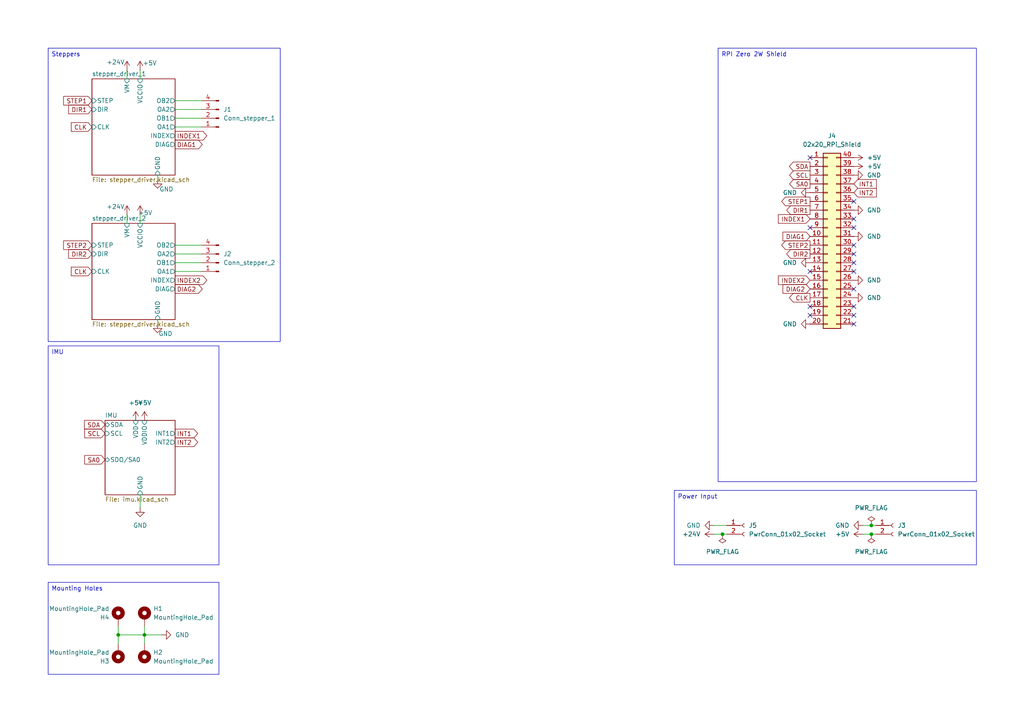
<source format=kicad_sch>
(kicad_sch
	(version 20250114)
	(generator "eeschema")
	(generator_version "9.0")
	(uuid "7d8adc11-0b61-4b15-8d40-e1382185ffc3")
	(paper "A4")
	(lib_symbols
		(symbol "Connector:Conn_01x02_Socket"
			(pin_names
				(offset 1.016)
				(hide yes)
			)
			(exclude_from_sim no)
			(in_bom yes)
			(on_board yes)
			(property "Reference" "J"
				(at 0 2.54 0)
				(effects
					(font
						(size 1.27 1.27)
					)
				)
			)
			(property "Value" "Conn_01x02_Socket"
				(at 0 -5.08 0)
				(effects
					(font
						(size 1.27 1.27)
					)
				)
			)
			(property "Footprint" ""
				(at 0 0 0)
				(effects
					(font
						(size 1.27 1.27)
					)
					(hide yes)
				)
			)
			(property "Datasheet" "~"
				(at 0 0 0)
				(effects
					(font
						(size 1.27 1.27)
					)
					(hide yes)
				)
			)
			(property "Description" "Generic connector, single row, 01x02, script generated"
				(at 0 0 0)
				(effects
					(font
						(size 1.27 1.27)
					)
					(hide yes)
				)
			)
			(property "ki_locked" ""
				(at 0 0 0)
				(effects
					(font
						(size 1.27 1.27)
					)
				)
			)
			(property "ki_keywords" "connector"
				(at 0 0 0)
				(effects
					(font
						(size 1.27 1.27)
					)
					(hide yes)
				)
			)
			(property "ki_fp_filters" "Connector*:*_1x??_*"
				(at 0 0 0)
				(effects
					(font
						(size 1.27 1.27)
					)
					(hide yes)
				)
			)
			(symbol "Conn_01x02_Socket_1_1"
				(polyline
					(pts
						(xy -1.27 0) (xy -0.508 0)
					)
					(stroke
						(width 0.1524)
						(type default)
					)
					(fill
						(type none)
					)
				)
				(polyline
					(pts
						(xy -1.27 -2.54) (xy -0.508 -2.54)
					)
					(stroke
						(width 0.1524)
						(type default)
					)
					(fill
						(type none)
					)
				)
				(arc
					(start 0 -0.508)
					(mid -0.5058 0)
					(end 0 0.508)
					(stroke
						(width 0.1524)
						(type default)
					)
					(fill
						(type none)
					)
				)
				(arc
					(start 0 -3.048)
					(mid -0.5058 -2.54)
					(end 0 -2.032)
					(stroke
						(width 0.1524)
						(type default)
					)
					(fill
						(type none)
					)
				)
				(pin passive line
					(at -5.08 0 0)
					(length 3.81)
					(name "Pin_1"
						(effects
							(font
								(size 1.27 1.27)
							)
						)
					)
					(number "1"
						(effects
							(font
								(size 1.27 1.27)
							)
						)
					)
				)
				(pin passive line
					(at -5.08 -2.54 0)
					(length 3.81)
					(name "Pin_2"
						(effects
							(font
								(size 1.27 1.27)
							)
						)
					)
					(number "2"
						(effects
							(font
								(size 1.27 1.27)
							)
						)
					)
				)
			)
			(embedded_fonts no)
		)
		(symbol "Connector:Conn_01x04_Pin"
			(pin_names
				(offset 1.016)
				(hide yes)
			)
			(exclude_from_sim no)
			(in_bom yes)
			(on_board yes)
			(property "Reference" "J"
				(at 0 5.08 0)
				(effects
					(font
						(size 1.27 1.27)
					)
				)
			)
			(property "Value" "Conn_01x04_Pin"
				(at 0 -7.62 0)
				(effects
					(font
						(size 1.27 1.27)
					)
				)
			)
			(property "Footprint" ""
				(at 0 0 0)
				(effects
					(font
						(size 1.27 1.27)
					)
					(hide yes)
				)
			)
			(property "Datasheet" "~"
				(at 0 0 0)
				(effects
					(font
						(size 1.27 1.27)
					)
					(hide yes)
				)
			)
			(property "Description" "Generic connector, single row, 01x04, script generated"
				(at 0 0 0)
				(effects
					(font
						(size 1.27 1.27)
					)
					(hide yes)
				)
			)
			(property "ki_locked" ""
				(at 0 0 0)
				(effects
					(font
						(size 1.27 1.27)
					)
				)
			)
			(property "ki_keywords" "connector"
				(at 0 0 0)
				(effects
					(font
						(size 1.27 1.27)
					)
					(hide yes)
				)
			)
			(property "ki_fp_filters" "Connector*:*_1x??_*"
				(at 0 0 0)
				(effects
					(font
						(size 1.27 1.27)
					)
					(hide yes)
				)
			)
			(symbol "Conn_01x04_Pin_1_1"
				(rectangle
					(start 0.8636 2.667)
					(end 0 2.413)
					(stroke
						(width 0.1524)
						(type default)
					)
					(fill
						(type outline)
					)
				)
				(rectangle
					(start 0.8636 0.127)
					(end 0 -0.127)
					(stroke
						(width 0.1524)
						(type default)
					)
					(fill
						(type outline)
					)
				)
				(rectangle
					(start 0.8636 -2.413)
					(end 0 -2.667)
					(stroke
						(width 0.1524)
						(type default)
					)
					(fill
						(type outline)
					)
				)
				(rectangle
					(start 0.8636 -4.953)
					(end 0 -5.207)
					(stroke
						(width 0.1524)
						(type default)
					)
					(fill
						(type outline)
					)
				)
				(polyline
					(pts
						(xy 1.27 2.54) (xy 0.8636 2.54)
					)
					(stroke
						(width 0.1524)
						(type default)
					)
					(fill
						(type none)
					)
				)
				(polyline
					(pts
						(xy 1.27 0) (xy 0.8636 0)
					)
					(stroke
						(width 0.1524)
						(type default)
					)
					(fill
						(type none)
					)
				)
				(polyline
					(pts
						(xy 1.27 -2.54) (xy 0.8636 -2.54)
					)
					(stroke
						(width 0.1524)
						(type default)
					)
					(fill
						(type none)
					)
				)
				(polyline
					(pts
						(xy 1.27 -5.08) (xy 0.8636 -5.08)
					)
					(stroke
						(width 0.1524)
						(type default)
					)
					(fill
						(type none)
					)
				)
				(pin passive line
					(at 5.08 2.54 180)
					(length 3.81)
					(name "Pin_1"
						(effects
							(font
								(size 1.27 1.27)
							)
						)
					)
					(number "1"
						(effects
							(font
								(size 1.27 1.27)
							)
						)
					)
				)
				(pin passive line
					(at 5.08 0 180)
					(length 3.81)
					(name "Pin_2"
						(effects
							(font
								(size 1.27 1.27)
							)
						)
					)
					(number "2"
						(effects
							(font
								(size 1.27 1.27)
							)
						)
					)
				)
				(pin passive line
					(at 5.08 -2.54 180)
					(length 3.81)
					(name "Pin_3"
						(effects
							(font
								(size 1.27 1.27)
							)
						)
					)
					(number "3"
						(effects
							(font
								(size 1.27 1.27)
							)
						)
					)
				)
				(pin passive line
					(at 5.08 -5.08 180)
					(length 3.81)
					(name "Pin_4"
						(effects
							(font
								(size 1.27 1.27)
							)
						)
					)
					(number "4"
						(effects
							(font
								(size 1.27 1.27)
							)
						)
					)
				)
			)
			(embedded_fonts no)
		)
		(symbol "Connector_Generic:Conn_02x20_Counter_Clockwise"
			(pin_names
				(offset 1.016)
				(hide yes)
			)
			(exclude_from_sim no)
			(in_bom yes)
			(on_board yes)
			(property "Reference" "J"
				(at 1.27 25.4 0)
				(effects
					(font
						(size 1.27 1.27)
					)
				)
			)
			(property "Value" "Conn_02x20_Counter_Clockwise"
				(at 1.27 -27.94 0)
				(effects
					(font
						(size 1.27 1.27)
					)
				)
			)
			(property "Footprint" ""
				(at 0 0 0)
				(effects
					(font
						(size 1.27 1.27)
					)
					(hide yes)
				)
			)
			(property "Datasheet" "~"
				(at 0 0 0)
				(effects
					(font
						(size 1.27 1.27)
					)
					(hide yes)
				)
			)
			(property "Description" "Generic connector, double row, 02x20, counter clockwise pin numbering scheme (similar to DIP package numbering), script generated (kicad-library-utils/schlib/autogen/connector/)"
				(at 0 0 0)
				(effects
					(font
						(size 1.27 1.27)
					)
					(hide yes)
				)
			)
			(property "ki_keywords" "connector"
				(at 0 0 0)
				(effects
					(font
						(size 1.27 1.27)
					)
					(hide yes)
				)
			)
			(property "ki_fp_filters" "Connector*:*_2x??_*"
				(at 0 0 0)
				(effects
					(font
						(size 1.27 1.27)
					)
					(hide yes)
				)
			)
			(symbol "Conn_02x20_Counter_Clockwise_1_1"
				(rectangle
					(start -1.27 24.13)
					(end 3.81 -26.67)
					(stroke
						(width 0.254)
						(type default)
					)
					(fill
						(type background)
					)
				)
				(rectangle
					(start -1.27 22.987)
					(end 0 22.733)
					(stroke
						(width 0.1524)
						(type default)
					)
					(fill
						(type none)
					)
				)
				(rectangle
					(start -1.27 20.447)
					(end 0 20.193)
					(stroke
						(width 0.1524)
						(type default)
					)
					(fill
						(type none)
					)
				)
				(rectangle
					(start -1.27 17.907)
					(end 0 17.653)
					(stroke
						(width 0.1524)
						(type default)
					)
					(fill
						(type none)
					)
				)
				(rectangle
					(start -1.27 15.367)
					(end 0 15.113)
					(stroke
						(width 0.1524)
						(type default)
					)
					(fill
						(type none)
					)
				)
				(rectangle
					(start -1.27 12.827)
					(end 0 12.573)
					(stroke
						(width 0.1524)
						(type default)
					)
					(fill
						(type none)
					)
				)
				(rectangle
					(start -1.27 10.287)
					(end 0 10.033)
					(stroke
						(width 0.1524)
						(type default)
					)
					(fill
						(type none)
					)
				)
				(rectangle
					(start -1.27 7.747)
					(end 0 7.493)
					(stroke
						(width 0.1524)
						(type default)
					)
					(fill
						(type none)
					)
				)
				(rectangle
					(start -1.27 5.207)
					(end 0 4.953)
					(stroke
						(width 0.1524)
						(type default)
					)
					(fill
						(type none)
					)
				)
				(rectangle
					(start -1.27 2.667)
					(end 0 2.413)
					(stroke
						(width 0.1524)
						(type default)
					)
					(fill
						(type none)
					)
				)
				(rectangle
					(start -1.27 0.127)
					(end 0 -0.127)
					(stroke
						(width 0.1524)
						(type default)
					)
					(fill
						(type none)
					)
				)
				(rectangle
					(start -1.27 -2.413)
					(end 0 -2.667)
					(stroke
						(width 0.1524)
						(type default)
					)
					(fill
						(type none)
					)
				)
				(rectangle
					(start -1.27 -4.953)
					(end 0 -5.207)
					(stroke
						(width 0.1524)
						(type default)
					)
					(fill
						(type none)
					)
				)
				(rectangle
					(start -1.27 -7.493)
					(end 0 -7.747)
					(stroke
						(width 0.1524)
						(type default)
					)
					(fill
						(type none)
					)
				)
				(rectangle
					(start -1.27 -10.033)
					(end 0 -10.287)
					(stroke
						(width 0.1524)
						(type default)
					)
					(fill
						(type none)
					)
				)
				(rectangle
					(start -1.27 -12.573)
					(end 0 -12.827)
					(stroke
						(width 0.1524)
						(type default)
					)
					(fill
						(type none)
					)
				)
				(rectangle
					(start -1.27 -15.113)
					(end 0 -15.367)
					(stroke
						(width 0.1524)
						(type default)
					)
					(fill
						(type none)
					)
				)
				(rectangle
					(start -1.27 -17.653)
					(end 0 -17.907)
					(stroke
						(width 0.1524)
						(type default)
					)
					(fill
						(type none)
					)
				)
				(rectangle
					(start -1.27 -20.193)
					(end 0 -20.447)
					(stroke
						(width 0.1524)
						(type default)
					)
					(fill
						(type none)
					)
				)
				(rectangle
					(start -1.27 -22.733)
					(end 0 -22.987)
					(stroke
						(width 0.1524)
						(type default)
					)
					(fill
						(type none)
					)
				)
				(rectangle
					(start -1.27 -25.273)
					(end 0 -25.527)
					(stroke
						(width 0.1524)
						(type default)
					)
					(fill
						(type none)
					)
				)
				(rectangle
					(start 3.81 22.987)
					(end 2.54 22.733)
					(stroke
						(width 0.1524)
						(type default)
					)
					(fill
						(type none)
					)
				)
				(rectangle
					(start 3.81 20.447)
					(end 2.54 20.193)
					(stroke
						(width 0.1524)
						(type default)
					)
					(fill
						(type none)
					)
				)
				(rectangle
					(start 3.81 17.907)
					(end 2.54 17.653)
					(stroke
						(width 0.1524)
						(type default)
					)
					(fill
						(type none)
					)
				)
				(rectangle
					(start 3.81 15.367)
					(end 2.54 15.113)
					(stroke
						(width 0.1524)
						(type default)
					)
					(fill
						(type none)
					)
				)
				(rectangle
					(start 3.81 12.827)
					(end 2.54 12.573)
					(stroke
						(width 0.1524)
						(type default)
					)
					(fill
						(type none)
					)
				)
				(rectangle
					(start 3.81 10.287)
					(end 2.54 10.033)
					(stroke
						(width 0.1524)
						(type default)
					)
					(fill
						(type none)
					)
				)
				(rectangle
					(start 3.81 7.747)
					(end 2.54 7.493)
					(stroke
						(width 0.1524)
						(type default)
					)
					(fill
						(type none)
					)
				)
				(rectangle
					(start 3.81 5.207)
					(end 2.54 4.953)
					(stroke
						(width 0.1524)
						(type default)
					)
					(fill
						(type none)
					)
				)
				(rectangle
					(start 3.81 2.667)
					(end 2.54 2.413)
					(stroke
						(width 0.1524)
						(type default)
					)
					(fill
						(type none)
					)
				)
				(rectangle
					(start 3.81 0.127)
					(end 2.54 -0.127)
					(stroke
						(width 0.1524)
						(type default)
					)
					(fill
						(type none)
					)
				)
				(rectangle
					(start 3.81 -2.413)
					(end 2.54 -2.667)
					(stroke
						(width 0.1524)
						(type default)
					)
					(fill
						(type none)
					)
				)
				(rectangle
					(start 3.81 -4.953)
					(end 2.54 -5.207)
					(stroke
						(width 0.1524)
						(type default)
					)
					(fill
						(type none)
					)
				)
				(rectangle
					(start 3.81 -7.493)
					(end 2.54 -7.747)
					(stroke
						(width 0.1524)
						(type default)
					)
					(fill
						(type none)
					)
				)
				(rectangle
					(start 3.81 -10.033)
					(end 2.54 -10.287)
					(stroke
						(width 0.1524)
						(type default)
					)
					(fill
						(type none)
					)
				)
				(rectangle
					(start 3.81 -12.573)
					(end 2.54 -12.827)
					(stroke
						(width 0.1524)
						(type default)
					)
					(fill
						(type none)
					)
				)
				(rectangle
					(start 3.81 -15.113)
					(end 2.54 -15.367)
					(stroke
						(width 0.1524)
						(type default)
					)
					(fill
						(type none)
					)
				)
				(rectangle
					(start 3.81 -17.653)
					(end 2.54 -17.907)
					(stroke
						(width 0.1524)
						(type default)
					)
					(fill
						(type none)
					)
				)
				(rectangle
					(start 3.81 -20.193)
					(end 2.54 -20.447)
					(stroke
						(width 0.1524)
						(type default)
					)
					(fill
						(type none)
					)
				)
				(rectangle
					(start 3.81 -22.733)
					(end 2.54 -22.987)
					(stroke
						(width 0.1524)
						(type default)
					)
					(fill
						(type none)
					)
				)
				(rectangle
					(start 3.81 -25.273)
					(end 2.54 -25.527)
					(stroke
						(width 0.1524)
						(type default)
					)
					(fill
						(type none)
					)
				)
				(pin passive line
					(at -5.08 22.86 0)
					(length 3.81)
					(name "Pin_1"
						(effects
							(font
								(size 1.27 1.27)
							)
						)
					)
					(number "1"
						(effects
							(font
								(size 1.27 1.27)
							)
						)
					)
				)
				(pin passive line
					(at -5.08 20.32 0)
					(length 3.81)
					(name "Pin_2"
						(effects
							(font
								(size 1.27 1.27)
							)
						)
					)
					(number "2"
						(effects
							(font
								(size 1.27 1.27)
							)
						)
					)
				)
				(pin passive line
					(at -5.08 17.78 0)
					(length 3.81)
					(name "Pin_3"
						(effects
							(font
								(size 1.27 1.27)
							)
						)
					)
					(number "3"
						(effects
							(font
								(size 1.27 1.27)
							)
						)
					)
				)
				(pin passive line
					(at -5.08 15.24 0)
					(length 3.81)
					(name "Pin_4"
						(effects
							(font
								(size 1.27 1.27)
							)
						)
					)
					(number "4"
						(effects
							(font
								(size 1.27 1.27)
							)
						)
					)
				)
				(pin passive line
					(at -5.08 12.7 0)
					(length 3.81)
					(name "Pin_5"
						(effects
							(font
								(size 1.27 1.27)
							)
						)
					)
					(number "5"
						(effects
							(font
								(size 1.27 1.27)
							)
						)
					)
				)
				(pin passive line
					(at -5.08 10.16 0)
					(length 3.81)
					(name "Pin_6"
						(effects
							(font
								(size 1.27 1.27)
							)
						)
					)
					(number "6"
						(effects
							(font
								(size 1.27 1.27)
							)
						)
					)
				)
				(pin passive line
					(at -5.08 7.62 0)
					(length 3.81)
					(name "Pin_7"
						(effects
							(font
								(size 1.27 1.27)
							)
						)
					)
					(number "7"
						(effects
							(font
								(size 1.27 1.27)
							)
						)
					)
				)
				(pin passive line
					(at -5.08 5.08 0)
					(length 3.81)
					(name "Pin_8"
						(effects
							(font
								(size 1.27 1.27)
							)
						)
					)
					(number "8"
						(effects
							(font
								(size 1.27 1.27)
							)
						)
					)
				)
				(pin passive line
					(at -5.08 2.54 0)
					(length 3.81)
					(name "Pin_9"
						(effects
							(font
								(size 1.27 1.27)
							)
						)
					)
					(number "9"
						(effects
							(font
								(size 1.27 1.27)
							)
						)
					)
				)
				(pin passive line
					(at -5.08 0 0)
					(length 3.81)
					(name "Pin_10"
						(effects
							(font
								(size 1.27 1.27)
							)
						)
					)
					(number "10"
						(effects
							(font
								(size 1.27 1.27)
							)
						)
					)
				)
				(pin passive line
					(at -5.08 -2.54 0)
					(length 3.81)
					(name "Pin_11"
						(effects
							(font
								(size 1.27 1.27)
							)
						)
					)
					(number "11"
						(effects
							(font
								(size 1.27 1.27)
							)
						)
					)
				)
				(pin passive line
					(at -5.08 -5.08 0)
					(length 3.81)
					(name "Pin_12"
						(effects
							(font
								(size 1.27 1.27)
							)
						)
					)
					(number "12"
						(effects
							(font
								(size 1.27 1.27)
							)
						)
					)
				)
				(pin passive line
					(at -5.08 -7.62 0)
					(length 3.81)
					(name "Pin_13"
						(effects
							(font
								(size 1.27 1.27)
							)
						)
					)
					(number "13"
						(effects
							(font
								(size 1.27 1.27)
							)
						)
					)
				)
				(pin passive line
					(at -5.08 -10.16 0)
					(length 3.81)
					(name "Pin_14"
						(effects
							(font
								(size 1.27 1.27)
							)
						)
					)
					(number "14"
						(effects
							(font
								(size 1.27 1.27)
							)
						)
					)
				)
				(pin passive line
					(at -5.08 -12.7 0)
					(length 3.81)
					(name "Pin_15"
						(effects
							(font
								(size 1.27 1.27)
							)
						)
					)
					(number "15"
						(effects
							(font
								(size 1.27 1.27)
							)
						)
					)
				)
				(pin passive line
					(at -5.08 -15.24 0)
					(length 3.81)
					(name "Pin_16"
						(effects
							(font
								(size 1.27 1.27)
							)
						)
					)
					(number "16"
						(effects
							(font
								(size 1.27 1.27)
							)
						)
					)
				)
				(pin passive line
					(at -5.08 -17.78 0)
					(length 3.81)
					(name "Pin_17"
						(effects
							(font
								(size 1.27 1.27)
							)
						)
					)
					(number "17"
						(effects
							(font
								(size 1.27 1.27)
							)
						)
					)
				)
				(pin passive line
					(at -5.08 -20.32 0)
					(length 3.81)
					(name "Pin_18"
						(effects
							(font
								(size 1.27 1.27)
							)
						)
					)
					(number "18"
						(effects
							(font
								(size 1.27 1.27)
							)
						)
					)
				)
				(pin passive line
					(at -5.08 -22.86 0)
					(length 3.81)
					(name "Pin_19"
						(effects
							(font
								(size 1.27 1.27)
							)
						)
					)
					(number "19"
						(effects
							(font
								(size 1.27 1.27)
							)
						)
					)
				)
				(pin passive line
					(at -5.08 -25.4 0)
					(length 3.81)
					(name "Pin_20"
						(effects
							(font
								(size 1.27 1.27)
							)
						)
					)
					(number "20"
						(effects
							(font
								(size 1.27 1.27)
							)
						)
					)
				)
				(pin passive line
					(at 7.62 22.86 180)
					(length 3.81)
					(name "Pin_40"
						(effects
							(font
								(size 1.27 1.27)
							)
						)
					)
					(number "40"
						(effects
							(font
								(size 1.27 1.27)
							)
						)
					)
				)
				(pin passive line
					(at 7.62 20.32 180)
					(length 3.81)
					(name "Pin_39"
						(effects
							(font
								(size 1.27 1.27)
							)
						)
					)
					(number "39"
						(effects
							(font
								(size 1.27 1.27)
							)
						)
					)
				)
				(pin passive line
					(at 7.62 17.78 180)
					(length 3.81)
					(name "Pin_38"
						(effects
							(font
								(size 1.27 1.27)
							)
						)
					)
					(number "38"
						(effects
							(font
								(size 1.27 1.27)
							)
						)
					)
				)
				(pin passive line
					(at 7.62 15.24 180)
					(length 3.81)
					(name "Pin_37"
						(effects
							(font
								(size 1.27 1.27)
							)
						)
					)
					(number "37"
						(effects
							(font
								(size 1.27 1.27)
							)
						)
					)
				)
				(pin passive line
					(at 7.62 12.7 180)
					(length 3.81)
					(name "Pin_36"
						(effects
							(font
								(size 1.27 1.27)
							)
						)
					)
					(number "36"
						(effects
							(font
								(size 1.27 1.27)
							)
						)
					)
				)
				(pin passive line
					(at 7.62 10.16 180)
					(length 3.81)
					(name "Pin_35"
						(effects
							(font
								(size 1.27 1.27)
							)
						)
					)
					(number "35"
						(effects
							(font
								(size 1.27 1.27)
							)
						)
					)
				)
				(pin passive line
					(at 7.62 7.62 180)
					(length 3.81)
					(name "Pin_34"
						(effects
							(font
								(size 1.27 1.27)
							)
						)
					)
					(number "34"
						(effects
							(font
								(size 1.27 1.27)
							)
						)
					)
				)
				(pin passive line
					(at 7.62 5.08 180)
					(length 3.81)
					(name "Pin_33"
						(effects
							(font
								(size 1.27 1.27)
							)
						)
					)
					(number "33"
						(effects
							(font
								(size 1.27 1.27)
							)
						)
					)
				)
				(pin passive line
					(at 7.62 2.54 180)
					(length 3.81)
					(name "Pin_32"
						(effects
							(font
								(size 1.27 1.27)
							)
						)
					)
					(number "32"
						(effects
							(font
								(size 1.27 1.27)
							)
						)
					)
				)
				(pin passive line
					(at 7.62 0 180)
					(length 3.81)
					(name "Pin_31"
						(effects
							(font
								(size 1.27 1.27)
							)
						)
					)
					(number "31"
						(effects
							(font
								(size 1.27 1.27)
							)
						)
					)
				)
				(pin passive line
					(at 7.62 -2.54 180)
					(length 3.81)
					(name "Pin_30"
						(effects
							(font
								(size 1.27 1.27)
							)
						)
					)
					(number "30"
						(effects
							(font
								(size 1.27 1.27)
							)
						)
					)
				)
				(pin passive line
					(at 7.62 -5.08 180)
					(length 3.81)
					(name "Pin_29"
						(effects
							(font
								(size 1.27 1.27)
							)
						)
					)
					(number "29"
						(effects
							(font
								(size 1.27 1.27)
							)
						)
					)
				)
				(pin passive line
					(at 7.62 -7.62 180)
					(length 3.81)
					(name "Pin_28"
						(effects
							(font
								(size 1.27 1.27)
							)
						)
					)
					(number "28"
						(effects
							(font
								(size 1.27 1.27)
							)
						)
					)
				)
				(pin passive line
					(at 7.62 -10.16 180)
					(length 3.81)
					(name "Pin_27"
						(effects
							(font
								(size 1.27 1.27)
							)
						)
					)
					(number "27"
						(effects
							(font
								(size 1.27 1.27)
							)
						)
					)
				)
				(pin passive line
					(at 7.62 -12.7 180)
					(length 3.81)
					(name "Pin_26"
						(effects
							(font
								(size 1.27 1.27)
							)
						)
					)
					(number "26"
						(effects
							(font
								(size 1.27 1.27)
							)
						)
					)
				)
				(pin passive line
					(at 7.62 -15.24 180)
					(length 3.81)
					(name "Pin_25"
						(effects
							(font
								(size 1.27 1.27)
							)
						)
					)
					(number "25"
						(effects
							(font
								(size 1.27 1.27)
							)
						)
					)
				)
				(pin passive line
					(at 7.62 -17.78 180)
					(length 3.81)
					(name "Pin_24"
						(effects
							(font
								(size 1.27 1.27)
							)
						)
					)
					(number "24"
						(effects
							(font
								(size 1.27 1.27)
							)
						)
					)
				)
				(pin passive line
					(at 7.62 -20.32 180)
					(length 3.81)
					(name "Pin_23"
						(effects
							(font
								(size 1.27 1.27)
							)
						)
					)
					(number "23"
						(effects
							(font
								(size 1.27 1.27)
							)
						)
					)
				)
				(pin passive line
					(at 7.62 -22.86 180)
					(length 3.81)
					(name "Pin_22"
						(effects
							(font
								(size 1.27 1.27)
							)
						)
					)
					(number "22"
						(effects
							(font
								(size 1.27 1.27)
							)
						)
					)
				)
				(pin passive line
					(at 7.62 -25.4 180)
					(length 3.81)
					(name "Pin_21"
						(effects
							(font
								(size 1.27 1.27)
							)
						)
					)
					(number "21"
						(effects
							(font
								(size 1.27 1.27)
							)
						)
					)
				)
			)
			(embedded_fonts no)
		)
		(symbol "Mechanical:MountingHole_Pad"
			(pin_numbers
				(hide yes)
			)
			(pin_names
				(offset 1.016)
				(hide yes)
			)
			(exclude_from_sim yes)
			(in_bom no)
			(on_board yes)
			(property "Reference" "H"
				(at 0 6.35 0)
				(effects
					(font
						(size 1.27 1.27)
					)
				)
			)
			(property "Value" "MountingHole_Pad"
				(at 0 4.445 0)
				(effects
					(font
						(size 1.27 1.27)
					)
				)
			)
			(property "Footprint" ""
				(at 0 0 0)
				(effects
					(font
						(size 1.27 1.27)
					)
					(hide yes)
				)
			)
			(property "Datasheet" "~"
				(at 0 0 0)
				(effects
					(font
						(size 1.27 1.27)
					)
					(hide yes)
				)
			)
			(property "Description" "Mounting Hole with connection"
				(at 0 0 0)
				(effects
					(font
						(size 1.27 1.27)
					)
					(hide yes)
				)
			)
			(property "ki_keywords" "mounting hole"
				(at 0 0 0)
				(effects
					(font
						(size 1.27 1.27)
					)
					(hide yes)
				)
			)
			(property "ki_fp_filters" "MountingHole*Pad*"
				(at 0 0 0)
				(effects
					(font
						(size 1.27 1.27)
					)
					(hide yes)
				)
			)
			(symbol "MountingHole_Pad_0_1"
				(circle
					(center 0 1.27)
					(radius 1.27)
					(stroke
						(width 1.27)
						(type default)
					)
					(fill
						(type none)
					)
				)
			)
			(symbol "MountingHole_Pad_1_1"
				(pin input line
					(at 0 -2.54 90)
					(length 2.54)
					(name "1"
						(effects
							(font
								(size 1.27 1.27)
							)
						)
					)
					(number "1"
						(effects
							(font
								(size 1.27 1.27)
							)
						)
					)
				)
			)
			(embedded_fonts no)
		)
		(symbol "power:+24V"
			(power)
			(pin_numbers
				(hide yes)
			)
			(pin_names
				(offset 0)
				(hide yes)
			)
			(exclude_from_sim no)
			(in_bom yes)
			(on_board yes)
			(property "Reference" "#PWR"
				(at 0 -3.81 0)
				(effects
					(font
						(size 1.27 1.27)
					)
					(hide yes)
				)
			)
			(property "Value" "+24V"
				(at 0 3.556 0)
				(effects
					(font
						(size 1.27 1.27)
					)
				)
			)
			(property "Footprint" ""
				(at 0 0 0)
				(effects
					(font
						(size 1.27 1.27)
					)
					(hide yes)
				)
			)
			(property "Datasheet" ""
				(at 0 0 0)
				(effects
					(font
						(size 1.27 1.27)
					)
					(hide yes)
				)
			)
			(property "Description" "Power symbol creates a global label with name \"+24V\""
				(at 0 0 0)
				(effects
					(font
						(size 1.27 1.27)
					)
					(hide yes)
				)
			)
			(property "ki_keywords" "global power"
				(at 0 0 0)
				(effects
					(font
						(size 1.27 1.27)
					)
					(hide yes)
				)
			)
			(symbol "+24V_0_1"
				(polyline
					(pts
						(xy -0.762 1.27) (xy 0 2.54)
					)
					(stroke
						(width 0)
						(type default)
					)
					(fill
						(type none)
					)
				)
				(polyline
					(pts
						(xy 0 2.54) (xy 0.762 1.27)
					)
					(stroke
						(width 0)
						(type default)
					)
					(fill
						(type none)
					)
				)
				(polyline
					(pts
						(xy 0 0) (xy 0 2.54)
					)
					(stroke
						(width 0)
						(type default)
					)
					(fill
						(type none)
					)
				)
			)
			(symbol "+24V_1_1"
				(pin power_in line
					(at 0 0 90)
					(length 0)
					(name "~"
						(effects
							(font
								(size 1.27 1.27)
							)
						)
					)
					(number "1"
						(effects
							(font
								(size 1.27 1.27)
							)
						)
					)
				)
			)
			(embedded_fonts no)
		)
		(symbol "power:+5V"
			(power)
			(pin_numbers
				(hide yes)
			)
			(pin_names
				(offset 0)
				(hide yes)
			)
			(exclude_from_sim no)
			(in_bom yes)
			(on_board yes)
			(property "Reference" "#PWR"
				(at 0 -3.81 0)
				(effects
					(font
						(size 1.27 1.27)
					)
					(hide yes)
				)
			)
			(property "Value" "+5V"
				(at 0 3.556 0)
				(effects
					(font
						(size 1.27 1.27)
					)
				)
			)
			(property "Footprint" ""
				(at 0 0 0)
				(effects
					(font
						(size 1.27 1.27)
					)
					(hide yes)
				)
			)
			(property "Datasheet" ""
				(at 0 0 0)
				(effects
					(font
						(size 1.27 1.27)
					)
					(hide yes)
				)
			)
			(property "Description" "Power symbol creates a global label with name \"+5V\""
				(at 0 0 0)
				(effects
					(font
						(size 1.27 1.27)
					)
					(hide yes)
				)
			)
			(property "ki_keywords" "global power"
				(at 0 0 0)
				(effects
					(font
						(size 1.27 1.27)
					)
					(hide yes)
				)
			)
			(symbol "+5V_0_1"
				(polyline
					(pts
						(xy -0.762 1.27) (xy 0 2.54)
					)
					(stroke
						(width 0)
						(type default)
					)
					(fill
						(type none)
					)
				)
				(polyline
					(pts
						(xy 0 2.54) (xy 0.762 1.27)
					)
					(stroke
						(width 0)
						(type default)
					)
					(fill
						(type none)
					)
				)
				(polyline
					(pts
						(xy 0 0) (xy 0 2.54)
					)
					(stroke
						(width 0)
						(type default)
					)
					(fill
						(type none)
					)
				)
			)
			(symbol "+5V_1_1"
				(pin power_in line
					(at 0 0 90)
					(length 0)
					(name "~"
						(effects
							(font
								(size 1.27 1.27)
							)
						)
					)
					(number "1"
						(effects
							(font
								(size 1.27 1.27)
							)
						)
					)
				)
			)
			(embedded_fonts no)
		)
		(symbol "power:GND"
			(power)
			(pin_numbers
				(hide yes)
			)
			(pin_names
				(offset 0)
				(hide yes)
			)
			(exclude_from_sim no)
			(in_bom yes)
			(on_board yes)
			(property "Reference" "#PWR"
				(at 0 -6.35 0)
				(effects
					(font
						(size 1.27 1.27)
					)
					(hide yes)
				)
			)
			(property "Value" "GND"
				(at 0 -3.81 0)
				(effects
					(font
						(size 1.27 1.27)
					)
				)
			)
			(property "Footprint" ""
				(at 0 0 0)
				(effects
					(font
						(size 1.27 1.27)
					)
					(hide yes)
				)
			)
			(property "Datasheet" ""
				(at 0 0 0)
				(effects
					(font
						(size 1.27 1.27)
					)
					(hide yes)
				)
			)
			(property "Description" "Power symbol creates a global label with name \"GND\" , ground"
				(at 0 0 0)
				(effects
					(font
						(size 1.27 1.27)
					)
					(hide yes)
				)
			)
			(property "ki_keywords" "global power"
				(at 0 0 0)
				(effects
					(font
						(size 1.27 1.27)
					)
					(hide yes)
				)
			)
			(symbol "GND_0_1"
				(polyline
					(pts
						(xy 0 0) (xy 0 -1.27) (xy 1.27 -1.27) (xy 0 -2.54) (xy -1.27 -1.27) (xy 0 -1.27)
					)
					(stroke
						(width 0)
						(type default)
					)
					(fill
						(type none)
					)
				)
			)
			(symbol "GND_1_1"
				(pin power_in line
					(at 0 0 270)
					(length 0)
					(name "~"
						(effects
							(font
								(size 1.27 1.27)
							)
						)
					)
					(number "1"
						(effects
							(font
								(size 1.27 1.27)
							)
						)
					)
				)
			)
			(embedded_fonts no)
		)
		(symbol "power:PWR_FLAG"
			(power)
			(pin_numbers
				(hide yes)
			)
			(pin_names
				(offset 0)
				(hide yes)
			)
			(exclude_from_sim no)
			(in_bom yes)
			(on_board yes)
			(property "Reference" "#FLG"
				(at 0 1.905 0)
				(effects
					(font
						(size 1.27 1.27)
					)
					(hide yes)
				)
			)
			(property "Value" "PWR_FLAG"
				(at 0 3.81 0)
				(effects
					(font
						(size 1.27 1.27)
					)
				)
			)
			(property "Footprint" ""
				(at 0 0 0)
				(effects
					(font
						(size 1.27 1.27)
					)
					(hide yes)
				)
			)
			(property "Datasheet" "~"
				(at 0 0 0)
				(effects
					(font
						(size 1.27 1.27)
					)
					(hide yes)
				)
			)
			(property "Description" "Special symbol for telling ERC where power comes from"
				(at 0 0 0)
				(effects
					(font
						(size 1.27 1.27)
					)
					(hide yes)
				)
			)
			(property "ki_keywords" "flag power"
				(at 0 0 0)
				(effects
					(font
						(size 1.27 1.27)
					)
					(hide yes)
				)
			)
			(symbol "PWR_FLAG_0_0"
				(pin power_out line
					(at 0 0 90)
					(length 0)
					(name "~"
						(effects
							(font
								(size 1.27 1.27)
							)
						)
					)
					(number "1"
						(effects
							(font
								(size 1.27 1.27)
							)
						)
					)
				)
			)
			(symbol "PWR_FLAG_0_1"
				(polyline
					(pts
						(xy 0 0) (xy 0 1.27) (xy -1.016 1.905) (xy 0 2.54) (xy 1.016 1.905) (xy 0 1.27)
					)
					(stroke
						(width 0)
						(type default)
					)
					(fill
						(type none)
					)
				)
			)
			(embedded_fonts no)
		)
	)
	(text_box "Mounting Holes\n"
		(exclude_from_sim no)
		(at 13.97 168.91 0)
		(size 49.53 26.67)
		(margins 0.9525 0.9525 0.9525 0.9525)
		(stroke
			(width 0)
			(type solid)
		)
		(fill
			(type none)
		)
		(effects
			(font
				(size 1.27 1.27)
			)
			(justify left top)
		)
		(uuid "72687b0c-3528-4207-be94-53945baa279f")
	)
	(text_box "RPI Zero 2W Shield"
		(exclude_from_sim no)
		(at 208.28 13.97 0)
		(size 74.93 125.73)
		(margins 0.9525 0.9525 0.9525 0.9525)
		(stroke
			(width 0)
			(type solid)
		)
		(fill
			(type none)
		)
		(effects
			(font
				(size 1.27 1.27)
			)
			(justify left top)
		)
		(uuid "797da3ff-d0e1-4eeb-97dd-144501a159c5")
	)
	(text_box "Steppers\n"
		(exclude_from_sim no)
		(at 13.97 13.97 0)
		(size 67.31 85.09)
		(margins 0.9525 0.9525 0.9525 0.9525)
		(stroke
			(width 0)
			(type solid)
		)
		(fill
			(type none)
		)
		(effects
			(font
				(size 1.27 1.27)
			)
			(justify left top)
		)
		(uuid "84db0b7e-cd6b-420a-b940-98e18ca6ce9b")
	)
	(text_box "IMU"
		(exclude_from_sim no)
		(at 13.97 100.33 0)
		(size 49.53 63.5)
		(margins 0.9525 0.9525 0.9525 0.9525)
		(stroke
			(width 0)
			(type solid)
		)
		(fill
			(type none)
		)
		(effects
			(font
				(size 1.27 1.27)
			)
			(justify left top)
		)
		(uuid "d8b416dd-07f7-475f-b64b-0b22bb412722")
	)
	(text_box "Power Input"
		(exclude_from_sim no)
		(at 195.58 142.24 0)
		(size 87.63 21.59)
		(margins 0.9525 0.9525 0.9525 0.9525)
		(stroke
			(width 0)
			(type solid)
		)
		(fill
			(type none)
		)
		(effects
			(font
				(size 1.27 1.27)
			)
			(justify left top)
		)
		(uuid "db8e0cf9-6f59-4dbb-a3aa-166578873f79")
	)
	(junction
		(at 252.73 154.94)
		(diameter 0)
		(color 0 0 0 0)
		(uuid "244b92f3-6a4b-4890-9677-c655e4eb2fa6")
	)
	(junction
		(at 252.73 152.4)
		(diameter 0)
		(color 0 0 0 0)
		(uuid "44af6aed-3de2-4637-a5bf-e3945cb6f376")
	)
	(junction
		(at 209.55 154.94)
		(diameter 0)
		(color 0 0 0 0)
		(uuid "7db089f5-af4e-49fe-829a-4a31c53a41da")
	)
	(junction
		(at 41.91 184.15)
		(diameter 0)
		(color 0 0 0 0)
		(uuid "da2a0f25-619a-407b-8854-93a7b2037e4d")
	)
	(junction
		(at 34.29 184.15)
		(diameter 0)
		(color 0 0 0 0)
		(uuid "dfda3b32-c9d3-411d-87d5-befedbabced2")
	)
	(no_connect
		(at 247.65 83.82)
		(uuid "211693dc-8678-4ff4-b2b3-07a884453f93")
	)
	(no_connect
		(at 234.95 66.04)
		(uuid "3874af1a-9ecc-4156-9f87-41ca3b573d1d")
	)
	(no_connect
		(at 247.65 66.04)
		(uuid "6adc1306-bbe3-4ee6-b73b-708a318f1b6c")
	)
	(no_connect
		(at 234.95 45.72)
		(uuid "7e990992-8bae-49b1-9479-29f4e9bee0e0")
	)
	(no_connect
		(at 234.95 91.44)
		(uuid "86bf7b06-5e71-4c12-8d5b-742eb616420f")
	)
	(no_connect
		(at 247.65 78.74)
		(uuid "8b37bd52-dc61-49ed-9689-276be37c8bb6")
	)
	(no_connect
		(at 247.65 73.66)
		(uuid "8c93c5f6-efc1-4aa4-97d2-d5f46e687069")
	)
	(no_connect
		(at 234.95 78.74)
		(uuid "98953a69-38bc-4353-9824-4e18982199a7")
	)
	(no_connect
		(at 234.95 88.9)
		(uuid "9c74eb97-37ce-42f1-8c9a-1827a7766403")
	)
	(no_connect
		(at 247.65 76.2)
		(uuid "a0fb6e46-24ae-4f65-ad35-2fe49d7c4a4f")
	)
	(no_connect
		(at 247.65 71.12)
		(uuid "b3e7010d-ce40-4127-9f15-a3cc8fe7671e")
	)
	(no_connect
		(at 247.65 63.5)
		(uuid "b51ab6db-48fd-4cf3-9c9b-042ee621df4c")
	)
	(no_connect
		(at 247.65 93.98)
		(uuid "cf0bdbdd-bf6b-4e20-a569-738c898eb505")
	)
	(no_connect
		(at 247.65 88.9)
		(uuid "d6ae1c17-3698-424c-aeea-cf4fcacbcbf0")
	)
	(no_connect
		(at 247.65 58.42)
		(uuid "dba8f89d-ac25-48c2-b571-59368677aa76")
	)
	(no_connect
		(at 247.65 91.44)
		(uuid "dda1de30-dcb7-41e2-86a1-c8f6aec1a4dc")
	)
	(wire
		(pts
			(xy 41.91 184.15) (xy 41.91 186.69)
		)
		(stroke
			(width 0)
			(type default)
		)
		(uuid "029f5686-f650-46b4-9bfa-a879d92ba2d3")
	)
	(wire
		(pts
			(xy 209.55 154.94) (xy 210.82 154.94)
		)
		(stroke
			(width 0)
			(type default)
		)
		(uuid "08745f1d-3f7a-4e86-8b16-ff7072685bab")
	)
	(wire
		(pts
			(xy 50.8 31.75) (xy 58.42 31.75)
		)
		(stroke
			(width 0)
			(type default)
		)
		(uuid "0c0830a3-19db-4e46-aaa7-cc4e1174d349")
	)
	(wire
		(pts
			(xy 34.29 184.15) (xy 34.29 186.69)
		)
		(stroke
			(width 0)
			(type default)
		)
		(uuid "44553e80-21da-463b-8dbd-de37c1a700fe")
	)
	(wire
		(pts
			(xy 40.64 62.23) (xy 40.64 64.77)
		)
		(stroke
			(width 0)
			(type default)
		)
		(uuid "4a075118-ecc7-46ed-88df-757c5fb51bde")
	)
	(wire
		(pts
			(xy 41.91 184.15) (xy 46.99 184.15)
		)
		(stroke
			(width 0)
			(type default)
		)
		(uuid "4ce67f9c-b1c4-489b-a0de-7ee494aa5b2a")
	)
	(wire
		(pts
			(xy 41.91 181.61) (xy 41.91 184.15)
		)
		(stroke
			(width 0)
			(type default)
		)
		(uuid "4d660e80-0be9-49e2-ba0c-88c89673b323")
	)
	(wire
		(pts
			(xy 36.83 20.32) (xy 36.83 22.86)
		)
		(stroke
			(width 0)
			(type default)
		)
		(uuid "4e62cb7e-0b2b-4049-9408-127c5e43a3b1")
	)
	(wire
		(pts
			(xy 252.73 152.4) (xy 254 152.4)
		)
		(stroke
			(width 0)
			(type default)
		)
		(uuid "50bf958e-df27-4a87-ba67-357adb7672d6")
	)
	(wire
		(pts
			(xy 45.72 93.98) (xy 45.72 92.71)
		)
		(stroke
			(width 0)
			(type default)
		)
		(uuid "55a12b3a-1a4c-4712-bee6-a4cd32b37ce4")
	)
	(wire
		(pts
			(xy 50.8 34.29) (xy 58.42 34.29)
		)
		(stroke
			(width 0)
			(type default)
		)
		(uuid "66903b45-d01b-4502-8699-5bb7ad969f2c")
	)
	(wire
		(pts
			(xy 40.64 20.32) (xy 40.64 22.86)
		)
		(stroke
			(width 0)
			(type default)
		)
		(uuid "7aaae2de-e6ad-4d2e-96d7-96faa10b4ecd")
	)
	(wire
		(pts
			(xy 252.73 154.94) (xy 254 154.94)
		)
		(stroke
			(width 0)
			(type default)
		)
		(uuid "8fac08fa-c31b-4ebe-b4a5-9606c6c19add")
	)
	(wire
		(pts
			(xy 45.72 52.07) (xy 45.72 50.8)
		)
		(stroke
			(width 0)
			(type default)
		)
		(uuid "8fe0679e-f820-49ad-b7c9-3d155cb00b90")
	)
	(wire
		(pts
			(xy 207.01 152.4) (xy 210.82 152.4)
		)
		(stroke
			(width 0)
			(type default)
		)
		(uuid "94b5f900-7ece-4c75-bb62-cd88f1acc3ad")
	)
	(wire
		(pts
			(xy 207.01 154.94) (xy 209.55 154.94)
		)
		(stroke
			(width 0)
			(type default)
		)
		(uuid "95358aa5-46ff-44a2-bff7-1e4faf89130d")
	)
	(wire
		(pts
			(xy 50.8 36.83) (xy 58.42 36.83)
		)
		(stroke
			(width 0)
			(type default)
		)
		(uuid "96093b3a-e981-4198-ab4b-6aa09fd009dc")
	)
	(wire
		(pts
			(xy 34.29 184.15) (xy 41.91 184.15)
		)
		(stroke
			(width 0)
			(type default)
		)
		(uuid "9f36eb46-1bb7-43a5-b41d-6f2115d5a80f")
	)
	(wire
		(pts
			(xy 50.8 71.12) (xy 58.42 71.12)
		)
		(stroke
			(width 0)
			(type default)
		)
		(uuid "a53dbaa9-ea6f-4873-8cbb-f903151f3ead")
	)
	(wire
		(pts
			(xy 50.8 29.21) (xy 58.42 29.21)
		)
		(stroke
			(width 0)
			(type default)
		)
		(uuid "a5d94b22-c1bf-46c6-a3b4-2307d7121b95")
	)
	(wire
		(pts
			(xy 50.8 76.2) (xy 58.42 76.2)
		)
		(stroke
			(width 0)
			(type default)
		)
		(uuid "a63ade6a-9a5b-4473-9522-a42f56ca5a4c")
	)
	(wire
		(pts
			(xy 250.19 152.4) (xy 252.73 152.4)
		)
		(stroke
			(width 0)
			(type default)
		)
		(uuid "acb14645-d8f7-4608-b591-ac3fe2708013")
	)
	(wire
		(pts
			(xy 40.64 147.32) (xy 40.64 143.51)
		)
		(stroke
			(width 0)
			(type default)
		)
		(uuid "bc3f32a5-63de-4324-9cff-680ec49d0ffa")
	)
	(wire
		(pts
			(xy 50.8 78.74) (xy 58.42 78.74)
		)
		(stroke
			(width 0)
			(type default)
		)
		(uuid "c04b4ce5-e986-44d5-a755-3547aad464d1")
	)
	(wire
		(pts
			(xy 250.19 154.94) (xy 252.73 154.94)
		)
		(stroke
			(width 0)
			(type default)
		)
		(uuid "cd0c2db2-b082-4ea1-85d9-d093c309a541")
	)
	(wire
		(pts
			(xy 34.29 181.61) (xy 34.29 184.15)
		)
		(stroke
			(width 0)
			(type default)
		)
		(uuid "e5388d35-cbfa-40af-8fb3-418f4b7e528f")
	)
	(wire
		(pts
			(xy 50.8 73.66) (xy 58.42 73.66)
		)
		(stroke
			(width 0)
			(type default)
		)
		(uuid "ed2eb2c6-ca19-4b13-97b2-99ad882f7260")
	)
	(wire
		(pts
			(xy 36.83 62.23) (xy 36.83 64.77)
		)
		(stroke
			(width 0)
			(type default)
		)
		(uuid "f2f9c6bb-8bf0-42e8-a061-aa97fe34902c")
	)
	(global_label "INDEX1"
		(shape input)
		(at 234.95 63.5 180)
		(fields_autoplaced yes)
		(effects
			(font
				(size 1.27 1.27)
			)
			(justify right)
		)
		(uuid "028771f9-f3d1-45eb-9f8a-4a0d17ab670e")
		(property "Intersheetrefs" "${INTERSHEET_REFS}"
			(at 225.1915 63.5 0)
			(effects
				(font
					(size 1.27 1.27)
				)
				(justify right)
				(hide yes)
			)
		)
	)
	(global_label "DIAG2"
		(shape input)
		(at 234.95 83.82 180)
		(fields_autoplaced yes)
		(effects
			(font
				(size 1.27 1.27)
			)
			(justify right)
		)
		(uuid "26eba40a-05e7-46a3-86c5-29a4f439df26")
		(property "Intersheetrefs" "${INTERSHEET_REFS}"
			(at 226.5219 83.82 0)
			(effects
				(font
					(size 1.27 1.27)
				)
				(justify right)
				(hide yes)
			)
		)
	)
	(global_label "STEP1"
		(shape input)
		(at 26.67 29.21 180)
		(fields_autoplaced yes)
		(effects
			(font
				(size 1.27 1.27)
			)
			(justify right)
		)
		(uuid "28b7f534-5a9b-4bd1-b536-d14f6b8d9046")
		(property "Intersheetrefs" "${INTERSHEET_REFS}"
			(at 17.8792 29.21 0)
			(effects
				(font
					(size 1.27 1.27)
				)
				(justify right)
				(hide yes)
			)
		)
	)
	(global_label "DIAG2"
		(shape output)
		(at 50.8 83.82 0)
		(fields_autoplaced yes)
		(effects
			(font
				(size 1.27 1.27)
			)
			(justify left)
		)
		(uuid "31c7048d-c5f7-4889-8539-ad560297131e")
		(property "Intersheetrefs" "${INTERSHEET_REFS}"
			(at 59.2281 83.82 0)
			(effects
				(font
					(size 1.27 1.27)
				)
				(justify left)
				(hide yes)
			)
		)
	)
	(global_label "CLK"
		(shape input)
		(at 26.67 36.83 180)
		(fields_autoplaced yes)
		(effects
			(font
				(size 1.27 1.27)
			)
			(justify right)
		)
		(uuid "320f2912-7003-4f6d-8e24-de6f14749082")
		(property "Intersheetrefs" "${INTERSHEET_REFS}"
			(at 20.1167 36.83 0)
			(effects
				(font
					(size 1.27 1.27)
				)
				(justify right)
				(hide yes)
			)
		)
	)
	(global_label "INT1"
		(shape output)
		(at 50.8 125.73 0)
		(fields_autoplaced yes)
		(effects
			(font
				(size 1.27 1.27)
			)
			(justify left)
		)
		(uuid "46a2434f-4207-4c81-b552-2ba8ef5e8246")
		(property "Intersheetrefs" "${INTERSHEET_REFS}"
			(at 57.8976 125.73 0)
			(effects
				(font
					(size 1.27 1.27)
				)
				(justify left)
				(hide yes)
			)
		)
	)
	(global_label "DIAG1"
		(shape output)
		(at 50.8 41.91 0)
		(fields_autoplaced yes)
		(effects
			(font
				(size 1.27 1.27)
			)
			(justify left)
		)
		(uuid "49e44e93-c595-4f2f-870d-91023ddb4234")
		(property "Intersheetrefs" "${INTERSHEET_REFS}"
			(at 59.2281 41.91 0)
			(effects
				(font
					(size 1.27 1.27)
				)
				(justify left)
				(hide yes)
			)
		)
	)
	(global_label "INDEX1"
		(shape output)
		(at 50.8 39.37 0)
		(fields_autoplaced yes)
		(effects
			(font
				(size 1.27 1.27)
			)
			(justify left)
		)
		(uuid "4e8bd569-8c8a-443d-9e85-305b0a23e9ca")
		(property "Intersheetrefs" "${INTERSHEET_REFS}"
			(at 60.5585 39.37 0)
			(effects
				(font
					(size 1.27 1.27)
				)
				(justify left)
				(hide yes)
			)
		)
	)
	(global_label "DIR1"
		(shape input)
		(at 26.67 31.75 180)
		(fields_autoplaced yes)
		(effects
			(font
				(size 1.27 1.27)
			)
			(justify right)
		)
		(uuid "5211dcec-ea35-4791-a3f9-c1b95a73bfba")
		(property "Intersheetrefs" "${INTERSHEET_REFS}"
			(at 19.3305 31.75 0)
			(effects
				(font
					(size 1.27 1.27)
				)
				(justify right)
				(hide yes)
			)
		)
	)
	(global_label "SA0"
		(shape output)
		(at 234.95 53.34 180)
		(fields_autoplaced yes)
		(effects
			(font
				(size 1.27 1.27)
			)
			(justify right)
		)
		(uuid "5413c718-45f5-4932-a6dc-b7863a214294")
		(property "Intersheetrefs" "${INTERSHEET_REFS}"
			(at 228.4572 53.34 0)
			(effects
				(font
					(size 1.27 1.27)
				)
				(justify right)
				(hide yes)
			)
		)
	)
	(global_label "STEP2"
		(shape input)
		(at 26.67 71.12 180)
		(fields_autoplaced yes)
		(effects
			(font
				(size 1.27 1.27)
			)
			(justify right)
		)
		(uuid "62553a96-a2a1-4c06-8282-b9d86f2dde76")
		(property "Intersheetrefs" "${INTERSHEET_REFS}"
			(at 17.8792 71.12 0)
			(effects
				(font
					(size 1.27 1.27)
				)
				(justify right)
				(hide yes)
			)
		)
	)
	(global_label "DIR2"
		(shape input)
		(at 26.67 73.66 180)
		(fields_autoplaced yes)
		(effects
			(font
				(size 1.27 1.27)
			)
			(justify right)
		)
		(uuid "83da4485-f92e-4949-a07a-fcf7a1599b31")
		(property "Intersheetrefs" "${INTERSHEET_REFS}"
			(at 19.3305 73.66 0)
			(effects
				(font
					(size 1.27 1.27)
				)
				(justify right)
				(hide yes)
			)
		)
	)
	(global_label "SA0"
		(shape input)
		(at 30.48 133.35 180)
		(fields_autoplaced yes)
		(effects
			(font
				(size 1.27 1.27)
			)
			(justify right)
		)
		(uuid "871b4447-9e42-4777-b554-75592e8ab0cd")
		(property "Intersheetrefs" "${INTERSHEET_REFS}"
			(at 23.9872 133.35 0)
			(effects
				(font
					(size 1.27 1.27)
				)
				(justify right)
				(hide yes)
			)
		)
	)
	(global_label "INDEX2"
		(shape input)
		(at 234.95 81.28 180)
		(fields_autoplaced yes)
		(effects
			(font
				(size 1.27 1.27)
			)
			(justify right)
		)
		(uuid "8e985481-df92-4311-80ca-d10e40bda801")
		(property "Intersheetrefs" "${INTERSHEET_REFS}"
			(at 225.1915 81.28 0)
			(effects
				(font
					(size 1.27 1.27)
				)
				(justify right)
				(hide yes)
			)
		)
	)
	(global_label "SDA"
		(shape input)
		(at 30.48 123.19 180)
		(fields_autoplaced yes)
		(effects
			(font
				(size 1.27 1.27)
			)
			(justify right)
		)
		(uuid "9ccc3b05-04e2-4221-8c70-99be5c39fc0a")
		(property "Intersheetrefs" "${INTERSHEET_REFS}"
			(at 23.9267 123.19 0)
			(effects
				(font
					(size 1.27 1.27)
				)
				(justify right)
				(hide yes)
			)
		)
	)
	(global_label "INT2"
		(shape output)
		(at 50.8 128.27 0)
		(fields_autoplaced yes)
		(effects
			(font
				(size 1.27 1.27)
			)
			(justify left)
		)
		(uuid "9df9f943-6da5-4598-84a6-7c15f8c02fc9")
		(property "Intersheetrefs" "${INTERSHEET_REFS}"
			(at 57.8976 128.27 0)
			(effects
				(font
					(size 1.27 1.27)
				)
				(justify left)
				(hide yes)
			)
		)
	)
	(global_label "STEP2"
		(shape output)
		(at 234.95 71.12 180)
		(fields_autoplaced yes)
		(effects
			(font
				(size 1.27 1.27)
			)
			(justify right)
		)
		(uuid "a2959e1e-ae66-4306-886d-26c4399a2f58")
		(property "Intersheetrefs" "${INTERSHEET_REFS}"
			(at 226.1592 71.12 0)
			(effects
				(font
					(size 1.27 1.27)
				)
				(justify right)
				(hide yes)
			)
		)
	)
	(global_label "DIR1"
		(shape output)
		(at 234.95 60.96 180)
		(fields_autoplaced yes)
		(effects
			(font
				(size 1.27 1.27)
			)
			(justify right)
		)
		(uuid "aaa704fd-0af8-4661-9423-1657f2e292ff")
		(property "Intersheetrefs" "${INTERSHEET_REFS}"
			(at 227.6105 60.96 0)
			(effects
				(font
					(size 1.27 1.27)
				)
				(justify right)
				(hide yes)
			)
		)
	)
	(global_label "SDA"
		(shape output)
		(at 234.95 48.26 180)
		(fields_autoplaced yes)
		(effects
			(font
				(size 1.27 1.27)
			)
			(justify right)
		)
		(uuid "b06ea626-3d09-42c5-9849-3e0b30edd725")
		(property "Intersheetrefs" "${INTERSHEET_REFS}"
			(at 228.3967 48.26 0)
			(effects
				(font
					(size 1.27 1.27)
				)
				(justify right)
				(hide yes)
			)
		)
	)
	(global_label "CLK"
		(shape output)
		(at 234.95 86.36 180)
		(fields_autoplaced yes)
		(effects
			(font
				(size 1.27 1.27)
			)
			(justify right)
		)
		(uuid "ba5c834b-4dd7-45e2-8503-bc2d86c362c5")
		(property "Intersheetrefs" "${INTERSHEET_REFS}"
			(at 228.3967 86.36 0)
			(effects
				(font
					(size 1.27 1.27)
				)
				(justify right)
				(hide yes)
			)
		)
	)
	(global_label "INT2"
		(shape input)
		(at 247.65 55.88 0)
		(fields_autoplaced yes)
		(effects
			(font
				(size 1.27 1.27)
			)
			(justify left)
		)
		(uuid "bfdee7cc-1d97-4f77-a035-8a91bdd1e8b3")
		(property "Intersheetrefs" "${INTERSHEET_REFS}"
			(at 254.7476 55.88 0)
			(effects
				(font
					(size 1.27 1.27)
				)
				(justify left)
				(hide yes)
			)
		)
	)
	(global_label "INDEX2"
		(shape output)
		(at 50.8 81.28 0)
		(fields_autoplaced yes)
		(effects
			(font
				(size 1.27 1.27)
			)
			(justify left)
		)
		(uuid "cba8c4e2-0437-448b-a29d-5b86758cd4cc")
		(property "Intersheetrefs" "${INTERSHEET_REFS}"
			(at 60.5585 81.28 0)
			(effects
				(font
					(size 1.27 1.27)
				)
				(justify left)
				(hide yes)
			)
		)
	)
	(global_label "DIR2"
		(shape output)
		(at 234.95 73.66 180)
		(fields_autoplaced yes)
		(effects
			(font
				(size 1.27 1.27)
			)
			(justify right)
		)
		(uuid "cfcf4d0f-5081-467b-a28f-14f34cef5147")
		(property "Intersheetrefs" "${INTERSHEET_REFS}"
			(at 227.6105 73.66 0)
			(effects
				(font
					(size 1.27 1.27)
				)
				(justify right)
				(hide yes)
			)
		)
	)
	(global_label "INT1"
		(shape input)
		(at 247.65 53.34 0)
		(fields_autoplaced yes)
		(effects
			(font
				(size 1.27 1.27)
			)
			(justify left)
		)
		(uuid "da088547-a30b-4268-8878-31342e2df931")
		(property "Intersheetrefs" "${INTERSHEET_REFS}"
			(at 254.7476 53.34 0)
			(effects
				(font
					(size 1.27 1.27)
				)
				(justify left)
				(hide yes)
			)
		)
	)
	(global_label "CLK"
		(shape input)
		(at 26.67 78.74 180)
		(fields_autoplaced yes)
		(effects
			(font
				(size 1.27 1.27)
			)
			(justify right)
		)
		(uuid "e3c707d9-9580-452c-b250-81b8fdcfd5a4")
		(property "Intersheetrefs" "${INTERSHEET_REFS}"
			(at 20.1167 78.74 0)
			(effects
				(font
					(size 1.27 1.27)
				)
				(justify right)
				(hide yes)
			)
		)
	)
	(global_label "STEP1"
		(shape output)
		(at 234.95 58.42 180)
		(fields_autoplaced yes)
		(effects
			(font
				(size 1.27 1.27)
			)
			(justify right)
		)
		(uuid "ea6f0150-c06a-4805-b21a-a547e52082ea")
		(property "Intersheetrefs" "${INTERSHEET_REFS}"
			(at 226.1592 58.42 0)
			(effects
				(font
					(size 1.27 1.27)
				)
				(justify right)
				(hide yes)
			)
		)
	)
	(global_label "SCL"
		(shape output)
		(at 234.95 50.8 180)
		(fields_autoplaced yes)
		(effects
			(font
				(size 1.27 1.27)
			)
			(justify right)
		)
		(uuid "fb5a6947-a125-4a73-a2ba-d8ad0174e833")
		(property "Intersheetrefs" "${INTERSHEET_REFS}"
			(at 228.4572 50.8 0)
			(effects
				(font
					(size 1.27 1.27)
				)
				(justify right)
				(hide yes)
			)
		)
	)
	(global_label "SCL"
		(shape input)
		(at 30.48 125.73 180)
		(fields_autoplaced yes)
		(effects
			(font
				(size 1.27 1.27)
			)
			(justify right)
		)
		(uuid "fb7f42f2-11f1-4dfe-85c3-2abe527a1bf5")
		(property "Intersheetrefs" "${INTERSHEET_REFS}"
			(at 23.9872 125.73 0)
			(effects
				(font
					(size 1.27 1.27)
				)
				(justify right)
				(hide yes)
			)
		)
	)
	(global_label "DIAG1"
		(shape input)
		(at 234.95 68.58 180)
		(fields_autoplaced yes)
		(effects
			(font
				(size 1.27 1.27)
			)
			(justify right)
		)
		(uuid "ff9f6b41-7795-417a-b244-c8b6e4f08475")
		(property "Intersheetrefs" "${INTERSHEET_REFS}"
			(at 226.5219 68.58 0)
			(effects
				(font
					(size 1.27 1.27)
				)
				(justify right)
				(hide yes)
			)
		)
	)
	(symbol
		(lib_id "power:+24V")
		(at 36.83 62.23 0)
		(unit 1)
		(exclude_from_sim no)
		(in_bom yes)
		(on_board yes)
		(dnp no)
		(uuid "04314558-688d-44e0-bbfe-71ac4431616c")
		(property "Reference" "#PWR024"
			(at 36.83 66.04 0)
			(effects
				(font
					(size 1.27 1.27)
				)
				(hide yes)
			)
		)
		(property "Value" "+24V"
			(at 33.528 59.944 0)
			(effects
				(font
					(size 1.27 1.27)
				)
			)
		)
		(property "Footprint" ""
			(at 36.83 62.23 0)
			(effects
				(font
					(size 1.27 1.27)
				)
				(hide yes)
			)
		)
		(property "Datasheet" ""
			(at 36.83 62.23 0)
			(effects
				(font
					(size 1.27 1.27)
				)
				(hide yes)
			)
		)
		(property "Description" "Power symbol creates a global label with name \"+24V\""
			(at 36.83 62.23 0)
			(effects
				(font
					(size 1.27 1.27)
				)
				(hide yes)
			)
		)
		(pin "1"
			(uuid "7f036a41-114d-4bbd-a742-9c3b59a5735a")
		)
		(instances
			(project "Rattrapage_Option_Maker"
				(path "/7d8adc11-0b61-4b15-8d40-e1382185ffc3"
					(reference "#PWR024")
					(unit 1)
				)
			)
		)
	)
	(symbol
		(lib_id "Connector_Generic:Conn_02x20_Counter_Clockwise")
		(at 240.03 68.58 0)
		(unit 1)
		(exclude_from_sim no)
		(in_bom yes)
		(on_board yes)
		(dnp no)
		(fields_autoplaced yes)
		(uuid "0841d2bc-55ed-4450-87d8-fd599c466e83")
		(property "Reference" "J4"
			(at 241.3 39.37 0)
			(effects
				(font
					(size 1.27 1.27)
				)
			)
		)
		(property "Value" "02x20_RPi_Shield"
			(at 241.3 41.91 0)
			(effects
				(font
					(size 1.27 1.27)
				)
			)
		)
		(property "Footprint" "Connector_PinHeader_2.54mm:PinHeader_2x20_P2.54mm_Vertical"
			(at 240.03 68.58 0)
			(effects
				(font
					(size 1.27 1.27)
				)
				(hide yes)
			)
		)
		(property "Datasheet" "~"
			(at 240.03 68.58 0)
			(effects
				(font
					(size 1.27 1.27)
				)
				(hide yes)
			)
		)
		(property "Description" "Generic connector, double row, 02x20, counter clockwise pin numbering scheme (similar to DIP package numbering), script generated (kicad-library-utils/schlib/autogen/connector/)"
			(at 240.03 68.58 0)
			(effects
				(font
					(size 1.27 1.27)
				)
				(hide yes)
			)
		)
		(pin "6"
			(uuid "39f7e193-76c0-4d2a-bba0-7aea74f0979c")
		)
		(pin "2"
			(uuid "cb854be9-78d7-4c0b-b018-f57e08f4ddb0")
		)
		(pin "1"
			(uuid "7f4ee5dc-ea74-472d-bd53-f79afa39938f")
		)
		(pin "3"
			(uuid "bdcc2573-9e4b-428c-ac41-5e0d09935283")
		)
		(pin "4"
			(uuid "b50163b7-9b99-4f30-b47a-e523409142a4")
		)
		(pin "5"
			(uuid "fb9b01a1-e15e-4999-b113-2283b7d26431")
		)
		(pin "36"
			(uuid "8113a573-8b49-4f59-9e95-cb7f58998ffc")
		)
		(pin "33"
			(uuid "98be65b1-5150-4082-a5ef-ee312cc36ffa")
		)
		(pin "8"
			(uuid "34f3e5de-2fdc-46ac-bc1f-b0120d70ac89")
		)
		(pin "9"
			(uuid "c0659e79-9f58-488c-b6cb-253854250877")
		)
		(pin "10"
			(uuid "de39bd5a-1227-47db-9477-20b09e1ddee0")
		)
		(pin "20"
			(uuid "fce4584f-0eeb-4753-ae34-d920344b8816")
		)
		(pin "16"
			(uuid "f1f8a004-8d57-40d4-8af6-b4a7bd8766db")
		)
		(pin "11"
			(uuid "f44ad20f-eb69-4f2d-9d0a-ec6125fb4481")
		)
		(pin "13"
			(uuid "404639ad-3b44-4e52-923a-0fcc95420bcc")
		)
		(pin "40"
			(uuid "ab67a291-a5e5-466f-9a5b-3d36e4b241bb")
		)
		(pin "12"
			(uuid "5070ff4d-3120-426b-81d5-02d62ac346e9")
		)
		(pin "14"
			(uuid "2663b992-5447-46d7-9c30-26590dccaf0d")
		)
		(pin "15"
			(uuid "7c23b0dd-8fd5-4dce-ba43-dfc5e66ab176")
		)
		(pin "18"
			(uuid "2c7c0cfc-e31c-4c52-a778-57cad698731f")
		)
		(pin "17"
			(uuid "65ba9464-85b5-45b3-8e2e-03b4ab39dbaf")
		)
		(pin "19"
			(uuid "8c54a9c3-ddb5-44bb-96dc-c4773f163f39")
		)
		(pin "39"
			(uuid "0f4fbb26-4432-4f37-9c8d-5149cb288d27")
		)
		(pin "7"
			(uuid "c0d0ca7b-9ca3-4b5e-9791-d82a576ffa97")
		)
		(pin "38"
			(uuid "157343e0-36f0-4d44-a66f-948b90e05584")
		)
		(pin "37"
			(uuid "c817d13b-6a0a-40ea-858f-649a1a6d2bcf")
		)
		(pin "35"
			(uuid "5d5433ed-3f0d-443a-89d2-41b320608ef2")
		)
		(pin "34"
			(uuid "d50d00c8-d79e-4a3d-b645-ffb9fdd4aab9")
		)
		(pin "32"
			(uuid "2a623a24-be4e-4efa-b594-46be87687b72")
		)
		(pin "31"
			(uuid "82537a0b-9d05-469a-b3ca-7d8d387640c3")
		)
		(pin "25"
			(uuid "b6e2d934-d426-44b2-b14a-efa785bf861d")
		)
		(pin "29"
			(uuid "890b267c-cef3-4d4e-88f0-be61754b914b")
		)
		(pin "21"
			(uuid "2ad7e24a-2e5e-4390-80a3-1f05849515d1")
		)
		(pin "30"
			(uuid "f4a81989-5cc6-455f-9e92-c1f5b7da4a97")
		)
		(pin "27"
			(uuid "9943547e-9835-41e0-a7e1-14666515daf8")
		)
		(pin "22"
			(uuid "d958880c-7729-4622-b495-a5dbf566698c")
		)
		(pin "26"
			(uuid "197813fa-0480-449f-8ba4-0232b16b999d")
		)
		(pin "24"
			(uuid "e901709e-72dd-4ec0-8727-6c4a61748b63")
		)
		(pin "28"
			(uuid "9cd0e9f8-f3dd-4447-a507-e666690adc93")
		)
		(pin "23"
			(uuid "30cdc618-e909-4333-8c67-323673c92604")
		)
		(instances
			(project ""
				(path "/7d8adc11-0b61-4b15-8d40-e1382185ffc3"
					(reference "J4")
					(unit 1)
				)
			)
		)
	)
	(symbol
		(lib_id "power:+24V")
		(at 207.01 154.94 90)
		(unit 1)
		(exclude_from_sim no)
		(in_bom yes)
		(on_board yes)
		(dnp no)
		(fields_autoplaced yes)
		(uuid "0c062544-ec44-48d9-8f4b-c1289c142eb2")
		(property "Reference" "#PWR022"
			(at 210.82 154.94 0)
			(effects
				(font
					(size 1.27 1.27)
				)
				(hide yes)
			)
		)
		(property "Value" "+24V"
			(at 203.2 154.9399 90)
			(effects
				(font
					(size 1.27 1.27)
				)
				(justify left)
			)
		)
		(property "Footprint" ""
			(at 207.01 154.94 0)
			(effects
				(font
					(size 1.27 1.27)
				)
				(hide yes)
			)
		)
		(property "Datasheet" ""
			(at 207.01 154.94 0)
			(effects
				(font
					(size 1.27 1.27)
				)
				(hide yes)
			)
		)
		(property "Description" "Power symbol creates a global label with name \"+24V\""
			(at 207.01 154.94 0)
			(effects
				(font
					(size 1.27 1.27)
				)
				(hide yes)
			)
		)
		(pin "1"
			(uuid "6d77e8eb-d1aa-4e83-aed0-18f03ce98962")
		)
		(instances
			(project ""
				(path "/7d8adc11-0b61-4b15-8d40-e1382185ffc3"
					(reference "#PWR022")
					(unit 1)
				)
			)
		)
	)
	(symbol
		(lib_id "power:GND")
		(at 40.64 147.32 0)
		(unit 1)
		(exclude_from_sim no)
		(in_bom yes)
		(on_board yes)
		(dnp no)
		(fields_autoplaced yes)
		(uuid "143e4044-a018-477a-8ad3-f9493f556dd9")
		(property "Reference" "#PWR02"
			(at 40.64 153.67 0)
			(effects
				(font
					(size 1.27 1.27)
				)
				(hide yes)
			)
		)
		(property "Value" "GND"
			(at 40.64 152.4 0)
			(effects
				(font
					(size 1.27 1.27)
				)
			)
		)
		(property "Footprint" ""
			(at 40.64 147.32 0)
			(effects
				(font
					(size 1.27 1.27)
				)
				(hide yes)
			)
		)
		(property "Datasheet" ""
			(at 40.64 147.32 0)
			(effects
				(font
					(size 1.27 1.27)
				)
				(hide yes)
			)
		)
		(property "Description" "Power symbol creates a global label with name \"GND\" , ground"
			(at 40.64 147.32 0)
			(effects
				(font
					(size 1.27 1.27)
				)
				(hide yes)
			)
		)
		(pin "1"
			(uuid "dc870e3b-9843-489c-8363-4ed0ddf34464")
		)
		(instances
			(project "Rattrapage_Option_Maker"
				(path "/7d8adc11-0b61-4b15-8d40-e1382185ffc3"
					(reference "#PWR02")
					(unit 1)
				)
			)
		)
	)
	(symbol
		(lib_id "power:+5V")
		(at 247.65 48.26 270)
		(unit 1)
		(exclude_from_sim no)
		(in_bom yes)
		(on_board yes)
		(dnp no)
		(fields_autoplaced yes)
		(uuid "22bdc703-4391-4566-bf39-f050c58348d3")
		(property "Reference" "#PWR018"
			(at 243.84 48.26 0)
			(effects
				(font
					(size 1.27 1.27)
				)
				(hide yes)
			)
		)
		(property "Value" "+5V"
			(at 251.46 48.2599 90)
			(effects
				(font
					(size 1.27 1.27)
				)
				(justify left)
			)
		)
		(property "Footprint" ""
			(at 247.65 48.26 0)
			(effects
				(font
					(size 1.27 1.27)
				)
				(hide yes)
			)
		)
		(property "Datasheet" ""
			(at 247.65 48.26 0)
			(effects
				(font
					(size 1.27 1.27)
				)
				(hide yes)
			)
		)
		(property "Description" "Power symbol creates a global label with name \"+5V\""
			(at 247.65 48.26 0)
			(effects
				(font
					(size 1.27 1.27)
				)
				(hide yes)
			)
		)
		(pin "1"
			(uuid "445c6f67-eb31-4c68-b98d-d8360465c623")
		)
		(instances
			(project "Rattrapage_Option_Maker"
				(path "/7d8adc11-0b61-4b15-8d40-e1382185ffc3"
					(reference "#PWR018")
					(unit 1)
				)
			)
		)
	)
	(symbol
		(lib_id "power:GND")
		(at 46.99 184.15 90)
		(unit 1)
		(exclude_from_sim no)
		(in_bom yes)
		(on_board yes)
		(dnp no)
		(fields_autoplaced yes)
		(uuid "2716ed2c-1e79-4d77-9f65-ebda5f77f1ef")
		(property "Reference" "#PWR01"
			(at 53.34 184.15 0)
			(effects
				(font
					(size 1.27 1.27)
				)
				(hide yes)
			)
		)
		(property "Value" "GND"
			(at 50.8 184.1499 90)
			(effects
				(font
					(size 1.27 1.27)
				)
				(justify right)
			)
		)
		(property "Footprint" ""
			(at 46.99 184.15 0)
			(effects
				(font
					(size 1.27 1.27)
				)
				(hide yes)
			)
		)
		(property "Datasheet" ""
			(at 46.99 184.15 0)
			(effects
				(font
					(size 1.27 1.27)
				)
				(hide yes)
			)
		)
		(property "Description" "Power symbol creates a global label with name \"GND\" , ground"
			(at 46.99 184.15 0)
			(effects
				(font
					(size 1.27 1.27)
				)
				(hide yes)
			)
		)
		(pin "1"
			(uuid "8f30b0d1-2d8b-4834-9b87-cdd4e00724a2")
		)
		(instances
			(project ""
				(path "/7d8adc11-0b61-4b15-8d40-e1382185ffc3"
					(reference "#PWR01")
					(unit 1)
				)
			)
		)
	)
	(symbol
		(lib_id "power:GND")
		(at 234.95 76.2 270)
		(mirror x)
		(unit 1)
		(exclude_from_sim no)
		(in_bom yes)
		(on_board yes)
		(dnp no)
		(uuid "2e57234a-70a5-4f21-8cbf-4f43952e7529")
		(property "Reference" "#PWR011"
			(at 228.6 76.2 0)
			(effects
				(font
					(size 1.27 1.27)
				)
				(hide yes)
			)
		)
		(property "Value" "GND"
			(at 231.14 76.1999 90)
			(effects
				(font
					(size 1.27 1.27)
				)
				(justify right)
			)
		)
		(property "Footprint" ""
			(at 234.95 76.2 0)
			(effects
				(font
					(size 1.27 1.27)
				)
				(hide yes)
			)
		)
		(property "Datasheet" ""
			(at 234.95 76.2 0)
			(effects
				(font
					(size 1.27 1.27)
				)
				(hide yes)
			)
		)
		(property "Description" "Power symbol creates a global label with name \"GND\" , ground"
			(at 234.95 76.2 0)
			(effects
				(font
					(size 1.27 1.27)
				)
				(hide yes)
			)
		)
		(pin "1"
			(uuid "006501ea-b349-47c7-9413-30dd21beeb18")
		)
		(instances
			(project "Rattrapage_Option_Maker"
				(path "/7d8adc11-0b61-4b15-8d40-e1382185ffc3"
					(reference "#PWR011")
					(unit 1)
				)
			)
		)
	)
	(symbol
		(lib_id "Mechanical:MountingHole_Pad")
		(at 41.91 189.23 180)
		(unit 1)
		(exclude_from_sim yes)
		(in_bom no)
		(on_board yes)
		(dnp no)
		(fields_autoplaced yes)
		(uuid "36c25cf5-a1a9-4305-8d37-196f94b95dae")
		(property "Reference" "H2"
			(at 44.45 189.2299 0)
			(effects
				(font
					(size 1.27 1.27)
				)
				(justify right)
			)
		)
		(property "Value" "MountingHole_Pad"
			(at 44.45 191.7699 0)
			(effects
				(font
					(size 1.27 1.27)
				)
				(justify right)
			)
		)
		(property "Footprint" "MountingHole:MountingHole_2.5mm_Pad"
			(at 41.91 189.23 0)
			(effects
				(font
					(size 1.27 1.27)
				)
				(hide yes)
			)
		)
		(property "Datasheet" "~"
			(at 41.91 189.23 0)
			(effects
				(font
					(size 1.27 1.27)
				)
				(hide yes)
			)
		)
		(property "Description" "Mounting Hole with connection"
			(at 41.91 189.23 0)
			(effects
				(font
					(size 1.27 1.27)
				)
				(hide yes)
			)
		)
		(pin "1"
			(uuid "6b35f04f-2d37-42e3-919c-4791038cf56a")
		)
		(instances
			(project "Rattrapage_Option_Maker"
				(path "/7d8adc11-0b61-4b15-8d40-e1382185ffc3"
					(reference "H2")
					(unit 1)
				)
			)
		)
	)
	(symbol
		(lib_id "power:GND")
		(at 234.95 93.98 270)
		(mirror x)
		(unit 1)
		(exclude_from_sim no)
		(in_bom yes)
		(on_board yes)
		(dnp no)
		(uuid "3d5001e5-7d66-43a4-9e11-2993193ea220")
		(property "Reference" "#PWR014"
			(at 228.6 93.98 0)
			(effects
				(font
					(size 1.27 1.27)
				)
				(hide yes)
			)
		)
		(property "Value" "GND"
			(at 231.14 93.9799 90)
			(effects
				(font
					(size 1.27 1.27)
				)
				(justify right)
			)
		)
		(property "Footprint" ""
			(at 234.95 93.98 0)
			(effects
				(font
					(size 1.27 1.27)
				)
				(hide yes)
			)
		)
		(property "Datasheet" ""
			(at 234.95 93.98 0)
			(effects
				(font
					(size 1.27 1.27)
				)
				(hide yes)
			)
		)
		(property "Description" "Power symbol creates a global label with name \"GND\" , ground"
			(at 234.95 93.98 0)
			(effects
				(font
					(size 1.27 1.27)
				)
				(hide yes)
			)
		)
		(pin "1"
			(uuid "d85b5f8a-3df0-46e0-8caf-8dc74bc6a3f9")
		)
		(instances
			(project "Rattrapage_Option_Maker"
				(path "/7d8adc11-0b61-4b15-8d40-e1382185ffc3"
					(reference "#PWR014")
					(unit 1)
				)
			)
		)
	)
	(symbol
		(lib_id "Mechanical:MountingHole_Pad")
		(at 41.91 179.07 0)
		(unit 1)
		(exclude_from_sim yes)
		(in_bom no)
		(on_board yes)
		(dnp no)
		(fields_autoplaced yes)
		(uuid "3ef05b24-3a9b-48f8-ac86-756c997825ac")
		(property "Reference" "H1"
			(at 44.45 176.5299 0)
			(effects
				(font
					(size 1.27 1.27)
				)
				(justify left)
			)
		)
		(property "Value" "MountingHole_Pad"
			(at 44.45 179.0699 0)
			(effects
				(font
					(size 1.27 1.27)
				)
				(justify left)
			)
		)
		(property "Footprint" "MountingHole:MountingHole_2.5mm_Pad"
			(at 41.91 179.07 0)
			(effects
				(font
					(size 1.27 1.27)
				)
				(hide yes)
			)
		)
		(property "Datasheet" "~"
			(at 41.91 179.07 0)
			(effects
				(font
					(size 1.27 1.27)
				)
				(hide yes)
			)
		)
		(property "Description" "Mounting Hole with connection"
			(at 41.91 179.07 0)
			(effects
				(font
					(size 1.27 1.27)
				)
				(hide yes)
			)
		)
		(pin "1"
			(uuid "816f206b-f189-4e4f-ab28-d6d20c416648")
		)
		(instances
			(project ""
				(path "/7d8adc11-0b61-4b15-8d40-e1382185ffc3"
					(reference "H1")
					(unit 1)
				)
			)
		)
	)
	(symbol
		(lib_id "power:GND")
		(at 247.65 50.8 90)
		(unit 1)
		(exclude_from_sim no)
		(in_bom yes)
		(on_board yes)
		(dnp no)
		(fields_autoplaced yes)
		(uuid "3fb7a2f2-030e-4346-ae80-1a788ad14f8c")
		(property "Reference" "#PWR07"
			(at 254 50.8 0)
			(effects
				(font
					(size 1.27 1.27)
				)
				(hide yes)
			)
		)
		(property "Value" "GND"
			(at 251.46 50.7999 90)
			(effects
				(font
					(size 1.27 1.27)
				)
				(justify right)
			)
		)
		(property "Footprint" ""
			(at 247.65 50.8 0)
			(effects
				(font
					(size 1.27 1.27)
				)
				(hide yes)
			)
		)
		(property "Datasheet" ""
			(at 247.65 50.8 0)
			(effects
				(font
					(size 1.27 1.27)
				)
				(hide yes)
			)
		)
		(property "Description" "Power symbol creates a global label with name \"GND\" , ground"
			(at 247.65 50.8 0)
			(effects
				(font
					(size 1.27 1.27)
				)
				(hide yes)
			)
		)
		(pin "1"
			(uuid "ff39d119-0d61-449c-9403-c074838ac028")
		)
		(instances
			(project ""
				(path "/7d8adc11-0b61-4b15-8d40-e1382185ffc3"
					(reference "#PWR07")
					(unit 1)
				)
			)
		)
	)
	(symbol
		(lib_id "power:PWR_FLAG")
		(at 252.73 154.94 180)
		(unit 1)
		(exclude_from_sim no)
		(in_bom yes)
		(on_board yes)
		(dnp no)
		(fields_autoplaced yes)
		(uuid "4b9cc0a4-757f-4528-8c10-bc8a7ef9b495")
		(property "Reference" "#FLG02"
			(at 252.73 156.845 0)
			(effects
				(font
					(size 1.27 1.27)
				)
				(hide yes)
			)
		)
		(property "Value" "PWR_FLAG"
			(at 252.73 160.02 0)
			(effects
				(font
					(size 1.27 1.27)
				)
			)
		)
		(property "Footprint" ""
			(at 252.73 154.94 0)
			(effects
				(font
					(size 1.27 1.27)
				)
				(hide yes)
			)
		)
		(property "Datasheet" "~"
			(at 252.73 154.94 0)
			(effects
				(font
					(size 1.27 1.27)
				)
				(hide yes)
			)
		)
		(property "Description" "Special symbol for telling ERC where power comes from"
			(at 252.73 154.94 0)
			(effects
				(font
					(size 1.27 1.27)
				)
				(hide yes)
			)
		)
		(pin "1"
			(uuid "60bd4560-89c5-4f7c-9531-b09ac460b9b6")
		)
		(instances
			(project "Rattrapage_Option_Maker"
				(path "/7d8adc11-0b61-4b15-8d40-e1382185ffc3"
					(reference "#FLG02")
					(unit 1)
				)
			)
		)
	)
	(symbol
		(lib_id "Connector:Conn_01x02_Socket")
		(at 259.08 152.4 0)
		(unit 1)
		(exclude_from_sim no)
		(in_bom yes)
		(on_board yes)
		(dnp no)
		(fields_autoplaced yes)
		(uuid "4bdcb944-b306-4f50-ab09-1e695c99eea5")
		(property "Reference" "J3"
			(at 260.35 152.3999 0)
			(effects
				(font
					(size 1.27 1.27)
				)
				(justify left)
			)
		)
		(property "Value" "PwrConn_01x02_Socket"
			(at 260.35 154.9399 0)
			(effects
				(font
					(size 1.27 1.27)
				)
				(justify left)
			)
		)
		(property "Footprint" "Connector_Molex:Molex_KK-396_A-41792-0002_1x02_P3.96mm_Horizontal"
			(at 259.08 152.4 0)
			(effects
				(font
					(size 1.27 1.27)
				)
				(hide yes)
			)
		)
		(property "Datasheet" "~"
			(at 259.08 152.4 0)
			(effects
				(font
					(size 1.27 1.27)
				)
				(hide yes)
			)
		)
		(property "Description" "Generic connector, single row, 01x02, script generated"
			(at 259.08 152.4 0)
			(effects
				(font
					(size 1.27 1.27)
				)
				(hide yes)
			)
		)
		(pin "2"
			(uuid "f73f9bb4-deba-44fe-83f1-bb1a414aaad5")
		)
		(pin "1"
			(uuid "2321611e-ce33-4337-aa3f-95fd64e21c02")
		)
		(instances
			(project ""
				(path "/7d8adc11-0b61-4b15-8d40-e1382185ffc3"
					(reference "J3")
					(unit 1)
				)
			)
		)
	)
	(symbol
		(lib_id "power:PWR_FLAG")
		(at 252.73 152.4 0)
		(unit 1)
		(exclude_from_sim no)
		(in_bom yes)
		(on_board yes)
		(dnp no)
		(fields_autoplaced yes)
		(uuid "5027c1fb-1d8a-461f-a499-32dc35c4ea2b")
		(property "Reference" "#FLG01"
			(at 252.73 150.495 0)
			(effects
				(font
					(size 1.27 1.27)
				)
				(hide yes)
			)
		)
		(property "Value" "PWR_FLAG"
			(at 252.73 147.32 0)
			(effects
				(font
					(size 1.27 1.27)
				)
			)
		)
		(property "Footprint" ""
			(at 252.73 152.4 0)
			(effects
				(font
					(size 1.27 1.27)
				)
				(hide yes)
			)
		)
		(property "Datasheet" "~"
			(at 252.73 152.4 0)
			(effects
				(font
					(size 1.27 1.27)
				)
				(hide yes)
			)
		)
		(property "Description" "Special symbol for telling ERC where power comes from"
			(at 252.73 152.4 0)
			(effects
				(font
					(size 1.27 1.27)
				)
				(hide yes)
			)
		)
		(pin "1"
			(uuid "c2744948-7ec7-4d94-a1b5-dbbfbee17a2a")
		)
		(instances
			(project ""
				(path "/7d8adc11-0b61-4b15-8d40-e1382185ffc3"
					(reference "#FLG01")
					(unit 1)
				)
			)
		)
	)
	(symbol
		(lib_id "power:+24V")
		(at 36.83 20.32 0)
		(unit 1)
		(exclude_from_sim no)
		(in_bom yes)
		(on_board yes)
		(dnp no)
		(uuid "5329d1b2-4966-4c00-9b2c-c48e3438ffde")
		(property "Reference" "#PWR023"
			(at 36.83 24.13 0)
			(effects
				(font
					(size 1.27 1.27)
				)
				(hide yes)
			)
		)
		(property "Value" "+24V"
			(at 33.528 18.034 0)
			(effects
				(font
					(size 1.27 1.27)
				)
			)
		)
		(property "Footprint" ""
			(at 36.83 20.32 0)
			(effects
				(font
					(size 1.27 1.27)
				)
				(hide yes)
			)
		)
		(property "Datasheet" ""
			(at 36.83 20.32 0)
			(effects
				(font
					(size 1.27 1.27)
				)
				(hide yes)
			)
		)
		(property "Description" "Power symbol creates a global label with name \"+24V\""
			(at 36.83 20.32 0)
			(effects
				(font
					(size 1.27 1.27)
				)
				(hide yes)
			)
		)
		(pin "1"
			(uuid "cfe01854-d558-4d80-a424-459097dcd91c")
		)
		(instances
			(project ""
				(path "/7d8adc11-0b61-4b15-8d40-e1382185ffc3"
					(reference "#PWR023")
					(unit 1)
				)
			)
		)
	)
	(symbol
		(lib_id "power:+5V")
		(at 40.64 20.32 0)
		(unit 1)
		(exclude_from_sim no)
		(in_bom yes)
		(on_board yes)
		(dnp no)
		(uuid "5928339b-c423-44d2-8868-676d2d04ebd6")
		(property "Reference" "#PWR016"
			(at 40.64 24.13 0)
			(effects
				(font
					(size 1.27 1.27)
				)
				(hide yes)
			)
		)
		(property "Value" "+5V"
			(at 43.434 18.288 0)
			(effects
				(font
					(size 1.27 1.27)
				)
			)
		)
		(property "Footprint" ""
			(at 40.64 20.32 0)
			(effects
				(font
					(size 1.27 1.27)
				)
				(hide yes)
			)
		)
		(property "Datasheet" ""
			(at 40.64 20.32 0)
			(effects
				(font
					(size 1.27 1.27)
				)
				(hide yes)
			)
		)
		(property "Description" "Power symbol creates a global label with name \"+5V\""
			(at 40.64 20.32 0)
			(effects
				(font
					(size 1.27 1.27)
				)
				(hide yes)
			)
		)
		(pin "1"
			(uuid "b93126a2-b960-4a90-a7da-9748da9a41ed")
		)
		(instances
			(project "Rattrapage_Option_Maker"
				(path "/7d8adc11-0b61-4b15-8d40-e1382185ffc3"
					(reference "#PWR016")
					(unit 1)
				)
			)
		)
	)
	(symbol
		(lib_id "power:PWR_FLAG")
		(at 209.55 154.94 180)
		(unit 1)
		(exclude_from_sim no)
		(in_bom yes)
		(on_board yes)
		(dnp no)
		(fields_autoplaced yes)
		(uuid "5f50e018-5179-447d-b214-7c2360d03963")
		(property "Reference" "#FLG04"
			(at 209.55 156.845 0)
			(effects
				(font
					(size 1.27 1.27)
				)
				(hide yes)
			)
		)
		(property "Value" "PWR_FLAG"
			(at 209.55 160.02 0)
			(effects
				(font
					(size 1.27 1.27)
				)
			)
		)
		(property "Footprint" ""
			(at 209.55 154.94 0)
			(effects
				(font
					(size 1.27 1.27)
				)
				(hide yes)
			)
		)
		(property "Datasheet" "~"
			(at 209.55 154.94 0)
			(effects
				(font
					(size 1.27 1.27)
				)
				(hide yes)
			)
		)
		(property "Description" "Special symbol for telling ERC where power comes from"
			(at 209.55 154.94 0)
			(effects
				(font
					(size 1.27 1.27)
				)
				(hide yes)
			)
		)
		(pin "1"
			(uuid "a25fcd6e-2442-4cfc-9a1c-c59888d1f48d")
		)
		(instances
			(project "Rattrapage_Option_Maker"
				(path "/7d8adc11-0b61-4b15-8d40-e1382185ffc3"
					(reference "#FLG04")
					(unit 1)
				)
			)
		)
	)
	(symbol
		(lib_id "power:GND")
		(at 45.72 93.98 0)
		(unit 1)
		(exclude_from_sim no)
		(in_bom yes)
		(on_board yes)
		(dnp no)
		(uuid "65286af6-07b9-422b-85fe-01a315c96410")
		(property "Reference" "#PWR03"
			(at 45.72 100.33 0)
			(effects
				(font
					(size 1.27 1.27)
				)
				(hide yes)
			)
		)
		(property "Value" "GND"
			(at 48.006 96.774 0)
			(effects
				(font
					(size 1.27 1.27)
				)
			)
		)
		(property "Footprint" ""
			(at 45.72 93.98 0)
			(effects
				(font
					(size 1.27 1.27)
				)
				(hide yes)
			)
		)
		(property "Datasheet" ""
			(at 45.72 93.98 0)
			(effects
				(font
					(size 1.27 1.27)
				)
				(hide yes)
			)
		)
		(property "Description" "Power symbol creates a global label with name \"GND\" , ground"
			(at 45.72 93.98 0)
			(effects
				(font
					(size 1.27 1.27)
				)
				(hide yes)
			)
		)
		(pin "1"
			(uuid "c7ba6065-de4a-4b82-950a-87cf10dff741")
		)
		(instances
			(project "Rattrapage_Option_Maker"
				(path "/7d8adc11-0b61-4b15-8d40-e1382185ffc3"
					(reference "#PWR03")
					(unit 1)
				)
			)
		)
	)
	(symbol
		(lib_id "power:GND")
		(at 45.72 52.07 0)
		(unit 1)
		(exclude_from_sim no)
		(in_bom yes)
		(on_board yes)
		(dnp no)
		(uuid "6a2042f0-be4f-49e4-a9d8-72963bd8a0b5")
		(property "Reference" "#PWR04"
			(at 45.72 58.42 0)
			(effects
				(font
					(size 1.27 1.27)
				)
				(hide yes)
			)
		)
		(property "Value" "GND"
			(at 48.26 54.864 0)
			(effects
				(font
					(size 1.27 1.27)
				)
			)
		)
		(property "Footprint" ""
			(at 45.72 52.07 0)
			(effects
				(font
					(size 1.27 1.27)
				)
				(hide yes)
			)
		)
		(property "Datasheet" ""
			(at 45.72 52.07 0)
			(effects
				(font
					(size 1.27 1.27)
				)
				(hide yes)
			)
		)
		(property "Description" "Power symbol creates a global label with name \"GND\" , ground"
			(at 45.72 52.07 0)
			(effects
				(font
					(size 1.27 1.27)
				)
				(hide yes)
			)
		)
		(pin "1"
			(uuid "89c145e0-a176-4fdd-95e6-5b20ef1a3f99")
		)
		(instances
			(project "Rattrapage_Option_Maker"
				(path "/7d8adc11-0b61-4b15-8d40-e1382185ffc3"
					(reference "#PWR04")
					(unit 1)
				)
			)
		)
	)
	(symbol
		(lib_id "power:GND")
		(at 234.95 55.88 270)
		(unit 1)
		(exclude_from_sim no)
		(in_bom yes)
		(on_board yes)
		(dnp no)
		(fields_autoplaced yes)
		(uuid "75a4c405-f131-4977-a1b1-4e94d4b6e746")
		(property "Reference" "#PWR08"
			(at 228.6 55.88 0)
			(effects
				(font
					(size 1.27 1.27)
				)
				(hide yes)
			)
		)
		(property "Value" "GND"
			(at 231.14 55.8799 90)
			(effects
				(font
					(size 1.27 1.27)
				)
				(justify right)
			)
		)
		(property "Footprint" ""
			(at 234.95 55.88 0)
			(effects
				(font
					(size 1.27 1.27)
				)
				(hide yes)
			)
		)
		(property "Datasheet" ""
			(at 234.95 55.88 0)
			(effects
				(font
					(size 1.27 1.27)
				)
				(hide yes)
			)
		)
		(property "Description" "Power symbol creates a global label with name \"GND\" , ground"
			(at 234.95 55.88 0)
			(effects
				(font
					(size 1.27 1.27)
				)
				(hide yes)
			)
		)
		(pin "1"
			(uuid "c9db9fc8-f211-4955-9092-7ec417875886")
		)
		(instances
			(project "Rattrapage_Option_Maker"
				(path "/7d8adc11-0b61-4b15-8d40-e1382185ffc3"
					(reference "#PWR08")
					(unit 1)
				)
			)
		)
	)
	(symbol
		(lib_id "power:GND")
		(at 247.65 81.28 90)
		(unit 1)
		(exclude_from_sim no)
		(in_bom yes)
		(on_board yes)
		(dnp no)
		(fields_autoplaced yes)
		(uuid "812644e9-fe83-450d-9958-5c4e50a505d9")
		(property "Reference" "#PWR012"
			(at 254 81.28 0)
			(effects
				(font
					(size 1.27 1.27)
				)
				(hide yes)
			)
		)
		(property "Value" "GND"
			(at 251.46 81.2799 90)
			(effects
				(font
					(size 1.27 1.27)
				)
				(justify right)
			)
		)
		(property "Footprint" ""
			(at 247.65 81.28 0)
			(effects
				(font
					(size 1.27 1.27)
				)
				(hide yes)
			)
		)
		(property "Datasheet" ""
			(at 247.65 81.28 0)
			(effects
				(font
					(size 1.27 1.27)
				)
				(hide yes)
			)
		)
		(property "Description" "Power symbol creates a global label with name \"GND\" , ground"
			(at 247.65 81.28 0)
			(effects
				(font
					(size 1.27 1.27)
				)
				(hide yes)
			)
		)
		(pin "1"
			(uuid "964bac34-1241-4be5-8745-f7471ebf1a03")
		)
		(instances
			(project "Rattrapage_Option_Maker"
				(path "/7d8adc11-0b61-4b15-8d40-e1382185ffc3"
					(reference "#PWR012")
					(unit 1)
				)
			)
		)
	)
	(symbol
		(lib_id "power:GND")
		(at 207.01 152.4 270)
		(unit 1)
		(exclude_from_sim no)
		(in_bom yes)
		(on_board yes)
		(dnp no)
		(fields_autoplaced yes)
		(uuid "8591f030-151c-4879-95b8-13c1aaa441a5")
		(property "Reference" "#PWR021"
			(at 200.66 152.4 0)
			(effects
				(font
					(size 1.27 1.27)
				)
				(hide yes)
			)
		)
		(property "Value" "GND"
			(at 203.2 152.3999 90)
			(effects
				(font
					(size 1.27 1.27)
				)
				(justify right)
			)
		)
		(property "Footprint" ""
			(at 207.01 152.4 0)
			(effects
				(font
					(size 1.27 1.27)
				)
				(hide yes)
			)
		)
		(property "Datasheet" ""
			(at 207.01 152.4 0)
			(effects
				(font
					(size 1.27 1.27)
				)
				(hide yes)
			)
		)
		(property "Description" "Power symbol creates a global label with name \"GND\" , ground"
			(at 207.01 152.4 0)
			(effects
				(font
					(size 1.27 1.27)
				)
				(hide yes)
			)
		)
		(pin "1"
			(uuid "90fb9cf6-0af1-458c-a3ce-ec056bea0ace")
		)
		(instances
			(project "Rattrapage_Option_Maker"
				(path "/7d8adc11-0b61-4b15-8d40-e1382185ffc3"
					(reference "#PWR021")
					(unit 1)
				)
			)
		)
	)
	(symbol
		(lib_id "Connector:Conn_01x02_Socket")
		(at 215.9 152.4 0)
		(unit 1)
		(exclude_from_sim no)
		(in_bom yes)
		(on_board yes)
		(dnp no)
		(fields_autoplaced yes)
		(uuid "8875d383-7b4d-4d68-9491-99df762a145c")
		(property "Reference" "J5"
			(at 217.17 152.3999 0)
			(effects
				(font
					(size 1.27 1.27)
				)
				(justify left)
			)
		)
		(property "Value" "PwrConn_01x02_Socket"
			(at 217.17 154.9399 0)
			(effects
				(font
					(size 1.27 1.27)
				)
				(justify left)
			)
		)
		(property "Footprint" "Connector_Molex:Molex_KK-396_A-41792-0002_1x02_P3.96mm_Horizontal"
			(at 215.9 152.4 0)
			(effects
				(font
					(size 1.27 1.27)
				)
				(hide yes)
			)
		)
		(property "Datasheet" "~"
			(at 215.9 152.4 0)
			(effects
				(font
					(size 1.27 1.27)
				)
				(hide yes)
			)
		)
		(property "Description" "Generic connector, single row, 01x02, script generated"
			(at 215.9 152.4 0)
			(effects
				(font
					(size 1.27 1.27)
				)
				(hide yes)
			)
		)
		(pin "2"
			(uuid "2d546008-5bae-4c46-9993-d9cad90bade0")
		)
		(pin "1"
			(uuid "c50918ae-c791-4be4-bdd2-e7cb2dbc59e6")
		)
		(instances
			(project "Rattrapage_Option_Maker"
				(path "/7d8adc11-0b61-4b15-8d40-e1382185ffc3"
					(reference "J5")
					(unit 1)
				)
			)
		)
	)
	(symbol
		(lib_id "power:GND")
		(at 247.65 60.96 90)
		(unit 1)
		(exclude_from_sim no)
		(in_bom yes)
		(on_board yes)
		(dnp no)
		(fields_autoplaced yes)
		(uuid "8fac912f-e9ad-4d63-b4f7-c05b57e13cc4")
		(property "Reference" "#PWR09"
			(at 254 60.96 0)
			(effects
				(font
					(size 1.27 1.27)
				)
				(hide yes)
			)
		)
		(property "Value" "GND"
			(at 251.46 60.9599 90)
			(effects
				(font
					(size 1.27 1.27)
				)
				(justify right)
			)
		)
		(property "Footprint" ""
			(at 247.65 60.96 0)
			(effects
				(font
					(size 1.27 1.27)
				)
				(hide yes)
			)
		)
		(property "Datasheet" ""
			(at 247.65 60.96 0)
			(effects
				(font
					(size 1.27 1.27)
				)
				(hide yes)
			)
		)
		(property "Description" "Power symbol creates a global label with name \"GND\" , ground"
			(at 247.65 60.96 0)
			(effects
				(font
					(size 1.27 1.27)
				)
				(hide yes)
			)
		)
		(pin "1"
			(uuid "8d26af76-5b98-4667-b9b9-3862c8ed15ef")
		)
		(instances
			(project "Rattrapage_Option_Maker"
				(path "/7d8adc11-0b61-4b15-8d40-e1382185ffc3"
					(reference "#PWR09")
					(unit 1)
				)
			)
		)
	)
	(symbol
		(lib_id "power:+5V")
		(at 247.65 45.72 270)
		(unit 1)
		(exclude_from_sim no)
		(in_bom yes)
		(on_board yes)
		(dnp no)
		(fields_autoplaced yes)
		(uuid "962592df-dfc6-4f18-8e78-5754f76e9103")
		(property "Reference" "#PWR017"
			(at 243.84 45.72 0)
			(effects
				(font
					(size 1.27 1.27)
				)
				(hide yes)
			)
		)
		(property "Value" "+5V"
			(at 251.46 45.7199 90)
			(effects
				(font
					(size 1.27 1.27)
				)
				(justify left)
			)
		)
		(property "Footprint" ""
			(at 247.65 45.72 0)
			(effects
				(font
					(size 1.27 1.27)
				)
				(hide yes)
			)
		)
		(property "Datasheet" ""
			(at 247.65 45.72 0)
			(effects
				(font
					(size 1.27 1.27)
				)
				(hide yes)
			)
		)
		(property "Description" "Power symbol creates a global label with name \"+5V\""
			(at 247.65 45.72 0)
			(effects
				(font
					(size 1.27 1.27)
				)
				(hide yes)
			)
		)
		(pin "1"
			(uuid "83e7b921-f03e-4bf5-8091-7ae131681c0c")
		)
		(instances
			(project ""
				(path "/7d8adc11-0b61-4b15-8d40-e1382185ffc3"
					(reference "#PWR017")
					(unit 1)
				)
			)
		)
	)
	(symbol
		(lib_id "power:+5V")
		(at 41.91 121.92 0)
		(unit 1)
		(exclude_from_sim no)
		(in_bom yes)
		(on_board yes)
		(dnp no)
		(fields_autoplaced yes)
		(uuid "9743c082-25a8-42bb-8feb-5fd9f7e3f47d")
		(property "Reference" "#PWR019"
			(at 41.91 125.73 0)
			(effects
				(font
					(size 1.27 1.27)
				)
				(hide yes)
			)
		)
		(property "Value" "+5V"
			(at 41.91 116.84 0)
			(effects
				(font
					(size 1.27 1.27)
				)
			)
		)
		(property "Footprint" ""
			(at 41.91 121.92 0)
			(effects
				(font
					(size 1.27 1.27)
				)
				(hide yes)
			)
		)
		(property "Datasheet" ""
			(at 41.91 121.92 0)
			(effects
				(font
					(size 1.27 1.27)
				)
				(hide yes)
			)
		)
		(property "Description" "Power symbol creates a global label with name \"+5V\""
			(at 41.91 121.92 0)
			(effects
				(font
					(size 1.27 1.27)
				)
				(hide yes)
			)
		)
		(pin "1"
			(uuid "583aa9be-37aa-4b4a-b618-06752aeca990")
		)
		(instances
			(project ""
				(path "/7d8adc11-0b61-4b15-8d40-e1382185ffc3"
					(reference "#PWR019")
					(unit 1)
				)
			)
		)
	)
	(symbol
		(lib_id "power:GND")
		(at 247.65 68.58 90)
		(unit 1)
		(exclude_from_sim no)
		(in_bom yes)
		(on_board yes)
		(dnp no)
		(fields_autoplaced yes)
		(uuid "a111b199-adc9-414f-826d-49070e8b99ea")
		(property "Reference" "#PWR010"
			(at 254 68.58 0)
			(effects
				(font
					(size 1.27 1.27)
				)
				(hide yes)
			)
		)
		(property "Value" "GND"
			(at 251.46 68.5799 90)
			(effects
				(font
					(size 1.27 1.27)
				)
				(justify right)
			)
		)
		(property "Footprint" ""
			(at 247.65 68.58 0)
			(effects
				(font
					(size 1.27 1.27)
				)
				(hide yes)
			)
		)
		(property "Datasheet" ""
			(at 247.65 68.58 0)
			(effects
				(font
					(size 1.27 1.27)
				)
				(hide yes)
			)
		)
		(property "Description" "Power symbol creates a global label with name \"GND\" , ground"
			(at 247.65 68.58 0)
			(effects
				(font
					(size 1.27 1.27)
				)
				(hide yes)
			)
		)
		(pin "1"
			(uuid "0d317085-3cba-41af-9560-107c07d789d7")
		)
		(instances
			(project "Rattrapage_Option_Maker"
				(path "/7d8adc11-0b61-4b15-8d40-e1382185ffc3"
					(reference "#PWR010")
					(unit 1)
				)
			)
		)
	)
	(symbol
		(lib_id "power:+5V")
		(at 40.64 62.23 0)
		(unit 1)
		(exclude_from_sim no)
		(in_bom yes)
		(on_board yes)
		(dnp no)
		(uuid "a538b950-1b1f-4dd7-b924-8880259e2900")
		(property "Reference" "#PWR015"
			(at 40.64 66.04 0)
			(effects
				(font
					(size 1.27 1.27)
				)
				(hide yes)
			)
		)
		(property "Value" "+5V"
			(at 42.164 61.722 0)
			(effects
				(font
					(size 1.27 1.27)
				)
			)
		)
		(property "Footprint" ""
			(at 40.64 62.23 0)
			(effects
				(font
					(size 1.27 1.27)
				)
				(hide yes)
			)
		)
		(property "Datasheet" ""
			(at 40.64 62.23 0)
			(effects
				(font
					(size 1.27 1.27)
				)
				(hide yes)
			)
		)
		(property "Description" "Power symbol creates a global label with name \"+5V\""
			(at 40.64 62.23 0)
			(effects
				(font
					(size 1.27 1.27)
				)
				(hide yes)
			)
		)
		(pin "1"
			(uuid "0dca4014-92b4-4b1d-b224-fedfd426ce7e")
		)
		(instances
			(project "Rattrapage_Option_Maker"
				(path "/7d8adc11-0b61-4b15-8d40-e1382185ffc3"
					(reference "#PWR015")
					(unit 1)
				)
			)
		)
	)
	(symbol
		(lib_id "Mechanical:MountingHole_Pad")
		(at 34.29 179.07 0)
		(unit 1)
		(exclude_from_sim yes)
		(in_bom no)
		(on_board yes)
		(dnp no)
		(fields_autoplaced yes)
		(uuid "bbb2dbe5-729b-42b5-9831-eb77b4faf97c")
		(property "Reference" "H4"
			(at 31.75 179.0701 0)
			(effects
				(font
					(size 1.27 1.27)
				)
				(justify right)
			)
		)
		(property "Value" "MountingHole_Pad"
			(at 31.75 176.5301 0)
			(effects
				(font
					(size 1.27 1.27)
				)
				(justify right)
			)
		)
		(property "Footprint" "MountingHole:MountingHole_2.5mm_Pad"
			(at 34.29 179.07 0)
			(effects
				(font
					(size 1.27 1.27)
				)
				(hide yes)
			)
		)
		(property "Datasheet" "~"
			(at 34.29 179.07 0)
			(effects
				(font
					(size 1.27 1.27)
				)
				(hide yes)
			)
		)
		(property "Description" "Mounting Hole with connection"
			(at 34.29 179.07 0)
			(effects
				(font
					(size 1.27 1.27)
				)
				(hide yes)
			)
		)
		(pin "1"
			(uuid "8093629c-8e7a-42fe-8339-644a8a923f51")
		)
		(instances
			(project "Rattrapage_Option_Maker"
				(path "/7d8adc11-0b61-4b15-8d40-e1382185ffc3"
					(reference "H4")
					(unit 1)
				)
			)
		)
	)
	(symbol
		(lib_id "Mechanical:MountingHole_Pad")
		(at 34.29 189.23 180)
		(unit 1)
		(exclude_from_sim yes)
		(in_bom no)
		(on_board yes)
		(dnp no)
		(fields_autoplaced yes)
		(uuid "ca9603be-1c10-4b26-b799-5a34d931b1d3")
		(property "Reference" "H3"
			(at 31.75 191.7701 0)
			(effects
				(font
					(size 1.27 1.27)
				)
				(justify left)
			)
		)
		(property "Value" "MountingHole_Pad"
			(at 31.75 189.2301 0)
			(effects
				(font
					(size 1.27 1.27)
				)
				(justify left)
			)
		)
		(property "Footprint" "MountingHole:MountingHole_2.5mm_Pad"
			(at 34.29 189.23 0)
			(effects
				(font
					(size 1.27 1.27)
				)
				(hide yes)
			)
		)
		(property "Datasheet" "~"
			(at 34.29 189.23 0)
			(effects
				(font
					(size 1.27 1.27)
				)
				(hide yes)
			)
		)
		(property "Description" "Mounting Hole with connection"
			(at 34.29 189.23 0)
			(effects
				(font
					(size 1.27 1.27)
				)
				(hide yes)
			)
		)
		(pin "1"
			(uuid "2c34cc61-cbb6-474c-8894-a0169ac98ca8")
		)
		(instances
			(project "Rattrapage_Option_Maker"
				(path "/7d8adc11-0b61-4b15-8d40-e1382185ffc3"
					(reference "H3")
					(unit 1)
				)
			)
		)
	)
	(symbol
		(lib_id "Connector:Conn_01x04_Pin")
		(at 63.5 76.2 180)
		(unit 1)
		(exclude_from_sim no)
		(in_bom yes)
		(on_board yes)
		(dnp no)
		(fields_autoplaced yes)
		(uuid "d3cfc227-32c1-439d-8f8a-73c3202ef82b")
		(property "Reference" "J2"
			(at 64.77 73.6599 0)
			(effects
				(font
					(size 1.27 1.27)
				)
				(justify right)
			)
		)
		(property "Value" "Conn_stepper_2"
			(at 64.77 76.1999 0)
			(effects
				(font
					(size 1.27 1.27)
				)
				(justify right)
			)
		)
		(property "Footprint" "Connector_Harwin:Harwin_M20-89004xx_1x04_P2.54mm_Horizontal"
			(at 63.5 76.2 0)
			(effects
				(font
					(size 1.27 1.27)
				)
				(hide yes)
			)
		)
		(property "Datasheet" "~"
			(at 63.5 76.2 0)
			(effects
				(font
					(size 1.27 1.27)
				)
				(hide yes)
			)
		)
		(property "Description" "Generic connector, single row, 01x04, script generated"
			(at 63.5 76.2 0)
			(effects
				(font
					(size 1.27 1.27)
				)
				(hide yes)
			)
		)
		(pin "1"
			(uuid "05a12ac4-548a-4cd0-9c5e-4743c7d9385a")
		)
		(pin "4"
			(uuid "5f29647c-8097-4257-9abb-a680e7f8d865")
		)
		(pin "2"
			(uuid "4a03fd10-8b5e-479e-bed8-6a0896e5c2e4")
		)
		(pin "3"
			(uuid "4fc51414-b52e-4ec0-bca0-c61ad813003a")
		)
		(instances
			(project "Rattrapage_Option_Maker"
				(path "/7d8adc11-0b61-4b15-8d40-e1382185ffc3"
					(reference "J2")
					(unit 1)
				)
			)
		)
	)
	(symbol
		(lib_id "power:+5V")
		(at 250.19 154.94 90)
		(unit 1)
		(exclude_from_sim no)
		(in_bom yes)
		(on_board yes)
		(dnp no)
		(fields_autoplaced yes)
		(uuid "d55af447-0511-4c6e-9bc7-ec948835f725")
		(property "Reference" "#PWR06"
			(at 254 154.94 0)
			(effects
				(font
					(size 1.27 1.27)
				)
				(hide yes)
			)
		)
		(property "Value" "+5V"
			(at 246.38 154.9399 90)
			(effects
				(font
					(size 1.27 1.27)
				)
				(justify left)
			)
		)
		(property "Footprint" ""
			(at 250.19 154.94 0)
			(effects
				(font
					(size 1.27 1.27)
				)
				(hide yes)
			)
		)
		(property "Datasheet" ""
			(at 250.19 154.94 0)
			(effects
				(font
					(size 1.27 1.27)
				)
				(hide yes)
			)
		)
		(property "Description" "Power symbol creates a global label with name \"+5V\""
			(at 250.19 154.94 0)
			(effects
				(font
					(size 1.27 1.27)
				)
				(hide yes)
			)
		)
		(pin "1"
			(uuid "ff855725-40dc-4ef4-8565-ba8a434aeff8")
		)
		(instances
			(project ""
				(path "/7d8adc11-0b61-4b15-8d40-e1382185ffc3"
					(reference "#PWR06")
					(unit 1)
				)
			)
		)
	)
	(symbol
		(lib_id "Connector:Conn_01x04_Pin")
		(at 63.5 34.29 180)
		(unit 1)
		(exclude_from_sim no)
		(in_bom yes)
		(on_board yes)
		(dnp no)
		(fields_autoplaced yes)
		(uuid "dbf067b1-b5c8-493e-88b1-ab88f0b23959")
		(property "Reference" "J1"
			(at 64.77 31.7499 0)
			(effects
				(font
					(size 1.27 1.27)
				)
				(justify right)
			)
		)
		(property "Value" "Conn_stepper_1"
			(at 64.77 34.2899 0)
			(effects
				(font
					(size 1.27 1.27)
				)
				(justify right)
			)
		)
		(property "Footprint" "Connector_Harwin:Harwin_M20-89004xx_1x04_P2.54mm_Horizontal"
			(at 63.5 34.29 0)
			(effects
				(font
					(size 1.27 1.27)
				)
				(hide yes)
			)
		)
		(property "Datasheet" "~"
			(at 63.5 34.29 0)
			(effects
				(font
					(size 1.27 1.27)
				)
				(hide yes)
			)
		)
		(property "Description" "Generic connector, single row, 01x04, script generated"
			(at 63.5 34.29 0)
			(effects
				(font
					(size 1.27 1.27)
				)
				(hide yes)
			)
		)
		(pin "1"
			(uuid "1af98335-ba11-4acc-b1ea-fdc10fb86f87")
		)
		(pin "4"
			(uuid "91b8aa9f-8b48-4210-bf7e-76dd7cc5f1ae")
		)
		(pin "2"
			(uuid "5ad2e07c-9b44-4466-acb2-1f8e6e3a5adc")
		)
		(pin "3"
			(uuid "889f1271-8987-4c3f-ab4f-3359eda4cbdd")
		)
		(instances
			(project ""
				(path "/7d8adc11-0b61-4b15-8d40-e1382185ffc3"
					(reference "J1")
					(unit 1)
				)
			)
		)
	)
	(symbol
		(lib_id "power:+5V")
		(at 39.37 121.92 0)
		(unit 1)
		(exclude_from_sim no)
		(in_bom yes)
		(on_board yes)
		(dnp no)
		(fields_autoplaced yes)
		(uuid "e03c18dc-4d2f-4cc1-a439-129a68f97fb7")
		(property "Reference" "#PWR020"
			(at 39.37 125.73 0)
			(effects
				(font
					(size 1.27 1.27)
				)
				(hide yes)
			)
		)
		(property "Value" "+5V"
			(at 39.37 116.84 0)
			(effects
				(font
					(size 1.27 1.27)
				)
			)
		)
		(property "Footprint" ""
			(at 39.37 121.92 0)
			(effects
				(font
					(size 1.27 1.27)
				)
				(hide yes)
			)
		)
		(property "Datasheet" ""
			(at 39.37 121.92 0)
			(effects
				(font
					(size 1.27 1.27)
				)
				(hide yes)
			)
		)
		(property "Description" "Power symbol creates a global label with name \"+5V\""
			(at 39.37 121.92 0)
			(effects
				(font
					(size 1.27 1.27)
				)
				(hide yes)
			)
		)
		(pin "1"
			(uuid "af012e1a-bf8b-4cf9-9969-b7c833c2a70b")
		)
		(instances
			(project "Rattrapage_Option_Maker"
				(path "/7d8adc11-0b61-4b15-8d40-e1382185ffc3"
					(reference "#PWR020")
					(unit 1)
				)
			)
		)
	)
	(symbol
		(lib_id "power:GND")
		(at 250.19 152.4 270)
		(unit 1)
		(exclude_from_sim no)
		(in_bom yes)
		(on_board yes)
		(dnp no)
		(fields_autoplaced yes)
		(uuid "eaeb6339-0e4b-461a-9d1d-7e8ab8cb7186")
		(property "Reference" "#PWR05"
			(at 243.84 152.4 0)
			(effects
				(font
					(size 1.27 1.27)
				)
				(hide yes)
			)
		)
		(property "Value" "GND"
			(at 246.38 152.3999 90)
			(effects
				(font
					(size 1.27 1.27)
				)
				(justify right)
			)
		)
		(property "Footprint" ""
			(at 250.19 152.4 0)
			(effects
				(font
					(size 1.27 1.27)
				)
				(hide yes)
			)
		)
		(property "Datasheet" ""
			(at 250.19 152.4 0)
			(effects
				(font
					(size 1.27 1.27)
				)
				(hide yes)
			)
		)
		(property "Description" "Power symbol creates a global label with name \"GND\" , ground"
			(at 250.19 152.4 0)
			(effects
				(font
					(size 1.27 1.27)
				)
				(hide yes)
			)
		)
		(pin "1"
			(uuid "6ad6eef7-5519-49c8-afe3-25a9bde99ed7")
		)
		(instances
			(project ""
				(path "/7d8adc11-0b61-4b15-8d40-e1382185ffc3"
					(reference "#PWR05")
					(unit 1)
				)
			)
		)
	)
	(symbol
		(lib_id "power:GND")
		(at 247.65 86.36 90)
		(unit 1)
		(exclude_from_sim no)
		(in_bom yes)
		(on_board yes)
		(dnp no)
		(fields_autoplaced yes)
		(uuid "fd5e23ca-e609-43c7-8670-4cd8d4f1f7e1")
		(property "Reference" "#PWR013"
			(at 254 86.36 0)
			(effects
				(font
					(size 1.27 1.27)
				)
				(hide yes)
			)
		)
		(property "Value" "GND"
			(at 251.46 86.3599 90)
			(effects
				(font
					(size 1.27 1.27)
				)
				(justify right)
			)
		)
		(property "Footprint" ""
			(at 247.65 86.36 0)
			(effects
				(font
					(size 1.27 1.27)
				)
				(hide yes)
			)
		)
		(property "Datasheet" ""
			(at 247.65 86.36 0)
			(effects
				(font
					(size 1.27 1.27)
				)
				(hide yes)
			)
		)
		(property "Description" "Power symbol creates a global label with name \"GND\" , ground"
			(at 247.65 86.36 0)
			(effects
				(font
					(size 1.27 1.27)
				)
				(hide yes)
			)
		)
		(pin "1"
			(uuid "9b25904c-2cf1-498b-add1-d138ef777abc")
		)
		(instances
			(project "Rattrapage_Option_Maker"
				(path "/7d8adc11-0b61-4b15-8d40-e1382185ffc3"
					(reference "#PWR013")
					(unit 1)
				)
			)
		)
	)
	(sheet
		(at 26.67 22.86)
		(size 24.13 27.94)
		(exclude_from_sim no)
		(in_bom yes)
		(on_board yes)
		(dnp no)
		(stroke
			(width 0.1524)
			(type solid)
		)
		(fill
			(color 0 0 0 0.0000)
		)
		(uuid "45067645-2883-4626-a013-e9c2fed95d7d")
		(property "Sheetname" "stepper_driver_1"
			(at 26.67 22.1484 0)
			(effects
				(font
					(size 1.27 1.27)
				)
				(justify left bottom)
			)
		)
		(property "Sheetfile" "stepper_driver.kicad_sch"
			(at 26.67 51.3846 0)
			(effects
				(font
					(size 1.27 1.27)
				)
				(justify left top)
			)
		)
		(pin "DIR" input
			(at 26.67 31.75 180)
			(uuid "eae74a68-8a8d-4161-a9f0-65bdb6464c38")
			(effects
				(font
					(size 1.27 1.27)
				)
				(justify left)
			)
		)
		(pin "GND" input
			(at 45.72 50.8 270)
			(uuid "469d9e42-91b3-4a6c-a376-c6ce65834885")
			(effects
				(font
					(size 1.27 1.27)
				)
				(justify left)
			)
		)
		(pin "OA1" output
			(at 50.8 36.83 0)
			(uuid "cfb5c85f-a527-4aae-9150-525a39353f3c")
			(effects
				(font
					(size 1.27 1.27)
				)
				(justify right)
			)
		)
		(pin "OA2" output
			(at 50.8 31.75 0)
			(uuid "cd5b0272-e4eb-4843-9784-0f8d8e9545e0")
			(effects
				(font
					(size 1.27 1.27)
				)
				(justify right)
			)
		)
		(pin "OB1" output
			(at 50.8 34.29 0)
			(uuid "5f1cfdd7-c480-4b4e-8646-24179fdf9dde")
			(effects
				(font
					(size 1.27 1.27)
				)
				(justify right)
			)
		)
		(pin "OB2" output
			(at 50.8 29.21 0)
			(uuid "02f2bbba-2dda-4b49-a58f-7c711f26972a")
			(effects
				(font
					(size 1.27 1.27)
				)
				(justify right)
			)
		)
		(pin "STEP" input
			(at 26.67 29.21 180)
			(uuid "f3e107c0-587a-4545-9d1f-a28cb6cbde63")
			(effects
				(font
					(size 1.27 1.27)
				)
				(justify left)
			)
		)
		(pin "VM" input
			(at 36.83 22.86 90)
			(uuid "5054cdcb-bb6f-40fa-aa2a-e72299d0ff65")
			(effects
				(font
					(size 1.27 1.27)
				)
				(justify right)
			)
		)
		(pin "CLK" input
			(at 26.67 36.83 180)
			(uuid "2720f2f2-1d67-4fb6-b3d6-b3a6eaada238")
			(effects
				(font
					(size 1.27 1.27)
				)
				(justify left)
			)
		)
		(pin "DIAG" output
			(at 50.8 41.91 0)
			(uuid "e43da981-f1f7-4e49-ac92-3feeffbc9f7f")
			(effects
				(font
					(size 1.27 1.27)
				)
				(justify right)
			)
		)
		(pin "INDEX" output
			(at 50.8 39.37 0)
			(uuid "52e2a46f-f7e7-4283-9837-518d894691b0")
			(effects
				(font
					(size 1.27 1.27)
				)
				(justify right)
			)
		)
		(pin "VCCIO" input
			(at 40.64 22.86 90)
			(uuid "a0075a46-44b4-4e57-a504-0f0eb4e8f5ff")
			(effects
				(font
					(size 1.27 1.27)
				)
				(justify right)
			)
		)
		(instances
			(project "Rattrapage_Option_Maker"
				(path "/7d8adc11-0b61-4b15-8d40-e1382185ffc3"
					(page "2")
				)
			)
		)
	)
	(sheet
		(at 26.67 64.77)
		(size 24.13 27.94)
		(exclude_from_sim no)
		(in_bom yes)
		(on_board yes)
		(dnp no)
		(fields_autoplaced yes)
		(stroke
			(width 0.1524)
			(type solid)
		)
		(fill
			(color 0 0 0 0.0000)
		)
		(uuid "96df73cf-1493-4900-af28-513566e66802")
		(property "Sheetname" "stepper_driver_2"
			(at 26.67 64.0584 0)
			(effects
				(font
					(size 1.27 1.27)
				)
				(justify left bottom)
			)
		)
		(property "Sheetfile" "stepper_driver.kicad_sch"
			(at 26.67 93.2946 0)
			(effects
				(font
					(size 1.27 1.27)
				)
				(justify left top)
			)
		)
		(pin "DIR" input
			(at 26.67 73.66 180)
			(uuid "bf6055b1-d0b4-4e1f-8c04-3e4eb3e7a67d")
			(effects
				(font
					(size 1.27 1.27)
				)
				(justify left)
			)
		)
		(pin "GND" input
			(at 45.72 92.71 270)
			(uuid "44765f01-43a1-4346-a5c5-62db34a4f24a")
			(effects
				(font
					(size 1.27 1.27)
				)
				(justify left)
			)
		)
		(pin "OA1" output
			(at 50.8 78.74 0)
			(uuid "95e6c55f-ded3-47d3-81c8-3a05d4515270")
			(effects
				(font
					(size 1.27 1.27)
				)
				(justify right)
			)
		)
		(pin "OA2" output
			(at 50.8 73.66 0)
			(uuid "d9e7e5f6-ee21-42ad-b929-1c469e0f39b9")
			(effects
				(font
					(size 1.27 1.27)
				)
				(justify right)
			)
		)
		(pin "OB1" output
			(at 50.8 76.2 0)
			(uuid "490f64a0-8f8a-49e2-985c-abbb6d4b2fc3")
			(effects
				(font
					(size 1.27 1.27)
				)
				(justify right)
			)
		)
		(pin "OB2" output
			(at 50.8 71.12 0)
			(uuid "5f6fbe11-ff93-40ea-9df2-0560feb792c4")
			(effects
				(font
					(size 1.27 1.27)
				)
				(justify right)
			)
		)
		(pin "STEP" input
			(at 26.67 71.12 180)
			(uuid "09fe0b5c-3efc-4d5b-a8ef-2ee115c41efc")
			(effects
				(font
					(size 1.27 1.27)
				)
				(justify left)
			)
		)
		(pin "VM" input
			(at 36.83 64.77 90)
			(uuid "96d35bbe-cabc-47cd-ab47-0728a4f08806")
			(effects
				(font
					(size 1.27 1.27)
				)
				(justify right)
			)
		)
		(pin "CLK" input
			(at 26.67 78.74 180)
			(uuid "2576d854-da29-460a-a18a-cc51bd108d75")
			(effects
				(font
					(size 1.27 1.27)
				)
				(justify left)
			)
		)
		(pin "DIAG" output
			(at 50.8 83.82 0)
			(uuid "c245b2a5-903f-47de-b67a-ee07f22ad3d7")
			(effects
				(font
					(size 1.27 1.27)
				)
				(justify right)
			)
		)
		(pin "INDEX" output
			(at 50.8 81.28 0)
			(uuid "b53b4206-d621-4fe7-845b-3d2492eb4790")
			(effects
				(font
					(size 1.27 1.27)
				)
				(justify right)
			)
		)
		(pin "VCCIO" input
			(at 40.64 64.77 90)
			(uuid "5cd687ce-cffa-4675-875d-a817c6a620bf")
			(effects
				(font
					(size 1.27 1.27)
				)
				(justify right)
			)
		)
		(instances
			(project "Rattrapage_Option_Maker"
				(path "/7d8adc11-0b61-4b15-8d40-e1382185ffc3"
					(page "3")
				)
			)
		)
	)
	(sheet
		(at 30.48 121.92)
		(size 20.32 21.59)
		(exclude_from_sim no)
		(in_bom yes)
		(on_board yes)
		(dnp no)
		(fields_autoplaced yes)
		(stroke
			(width 0.1524)
			(type solid)
		)
		(fill
			(color 0 0 0 0.0000)
		)
		(uuid "a938fc5f-ca7e-4557-b33d-94239b61293f")
		(property "Sheetname" "IMU"
			(at 30.48 121.2084 0)
			(effects
				(font
					(size 1.27 1.27)
				)
				(justify left bottom)
			)
		)
		(property "Sheetfile" "imu.kicad_sch"
			(at 30.48 144.0946 0)
			(effects
				(font
					(size 1.27 1.27)
				)
				(justify left top)
			)
		)
		(pin "GND" input
			(at 40.64 143.51 270)
			(uuid "3ca92228-7c2f-468a-b3f9-9cbb1742c56b")
			(effects
				(font
					(size 1.27 1.27)
				)
				(justify left)
			)
		)
		(pin "INT1" output
			(at 50.8 125.73 0)
			(uuid "5210171b-9da3-4e97-bae0-8d3061f0c949")
			(effects
				(font
					(size 1.27 1.27)
				)
				(justify right)
			)
		)
		(pin "INT2" output
			(at 50.8 128.27 0)
			(uuid "adc45efc-9995-4ee7-8619-e4526a12a52d")
			(effects
				(font
					(size 1.27 1.27)
				)
				(justify right)
			)
		)
		(pin "SCL" input
			(at 30.48 125.73 180)
			(uuid "93db81c4-ca38-4c5a-aed7-df4082ff9624")
			(effects
				(font
					(size 1.27 1.27)
				)
				(justify left)
			)
		)
		(pin "SDA" bidirectional
			(at 30.48 123.19 180)
			(uuid "fadb593a-5dd5-4654-9300-c7252120569c")
			(effects
				(font
					(size 1.27 1.27)
				)
				(justify left)
			)
		)
		(pin "SDO{slash}SA0" bidirectional
			(at 30.48 133.35 180)
			(uuid "c8d0c0c5-d44e-4d0b-ba90-9dc2357201ab")
			(effects
				(font
					(size 1.27 1.27)
				)
				(justify left)
			)
		)
		(pin "VDD" input
			(at 39.37 121.92 90)
			(uuid "e42837f1-74f4-44f8-b66d-c12467fe6ed5")
			(effects
				(font
					(size 1.27 1.27)
				)
				(justify right)
			)
		)
		(pin "VDDIO" input
			(at 41.91 121.92 90)
			(uuid "365a87e1-7311-4e19-acca-98441d65c858")
			(effects
				(font
					(size 1.27 1.27)
				)
				(justify right)
			)
		)
		(instances
			(project "Rattrapage_Option_Maker"
				(path "/7d8adc11-0b61-4b15-8d40-e1382185ffc3"
					(page "4")
				)
			)
		)
	)
	(sheet_instances
		(path "/"
			(page "1")
		)
	)
	(embedded_fonts no)
)

</source>
